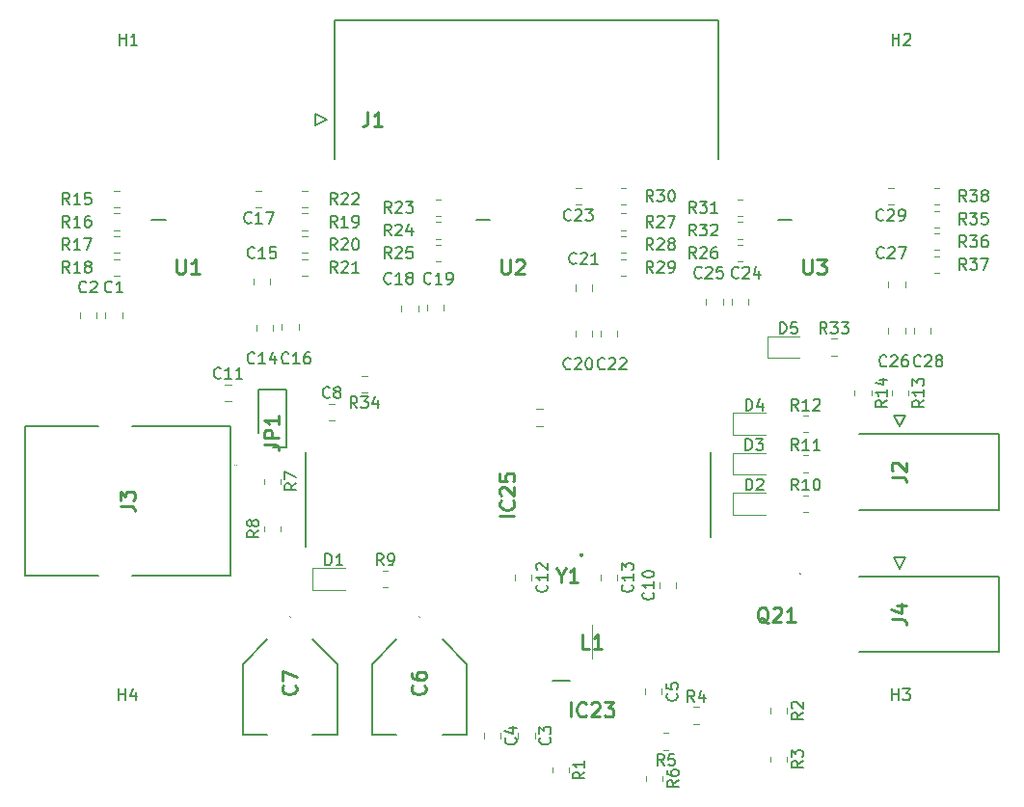
<source format=gbr>
%TF.GenerationSoftware,KiCad,Pcbnew,7.0.10*%
%TF.CreationDate,2024-02-07T01:22:45-06:00*%
%TF.ProjectId,Resistor Bank Control Board,52657369-7374-46f7-9220-42616e6b2043,rev?*%
%TF.SameCoordinates,Original*%
%TF.FileFunction,Legend,Top*%
%TF.FilePolarity,Positive*%
%FSLAX46Y46*%
G04 Gerber Fmt 4.6, Leading zero omitted, Abs format (unit mm)*
G04 Created by KiCad (PCBNEW 7.0.10) date 2024-02-07 01:22:45*
%MOMM*%
%LPD*%
G01*
G04 APERTURE LIST*
%ADD10C,0.254000*%
%ADD11C,0.150000*%
%ADD12C,0.200000*%
%ADD13C,0.120000*%
%ADD14C,0.050000*%
%ADD15C,0.100000*%
%ADD16C,0.127000*%
G04 APERTURE END LIST*
D10*
X101234318Y-109818332D02*
X102141461Y-109818332D01*
X102141461Y-109818332D02*
X102322889Y-109878809D01*
X102322889Y-109878809D02*
X102443842Y-109999761D01*
X102443842Y-109999761D02*
X102504318Y-110181190D01*
X102504318Y-110181190D02*
X102504318Y-110302142D01*
X102504318Y-109213571D02*
X101234318Y-109213571D01*
X101234318Y-109213571D02*
X101234318Y-108729761D01*
X101234318Y-108729761D02*
X101294794Y-108608809D01*
X101294794Y-108608809D02*
X101355270Y-108548332D01*
X101355270Y-108548332D02*
X101476222Y-108487856D01*
X101476222Y-108487856D02*
X101657651Y-108487856D01*
X101657651Y-108487856D02*
X101778603Y-108548332D01*
X101778603Y-108548332D02*
X101839080Y-108608809D01*
X101839080Y-108608809D02*
X101899556Y-108729761D01*
X101899556Y-108729761D02*
X101899556Y-109213571D01*
X102504318Y-107278332D02*
X102504318Y-108004047D01*
X102504318Y-107641190D02*
X101234318Y-107641190D01*
X101234318Y-107641190D02*
X101415746Y-107762142D01*
X101415746Y-107762142D02*
X101536699Y-107883094D01*
X101536699Y-107883094D02*
X101597175Y-108004047D01*
D11*
X97394642Y-103929580D02*
X97347023Y-103977200D01*
X97347023Y-103977200D02*
X97204166Y-104024819D01*
X97204166Y-104024819D02*
X97108928Y-104024819D01*
X97108928Y-104024819D02*
X96966071Y-103977200D01*
X96966071Y-103977200D02*
X96870833Y-103881961D01*
X96870833Y-103881961D02*
X96823214Y-103786723D01*
X96823214Y-103786723D02*
X96775595Y-103596247D01*
X96775595Y-103596247D02*
X96775595Y-103453390D01*
X96775595Y-103453390D02*
X96823214Y-103262914D01*
X96823214Y-103262914D02*
X96870833Y-103167676D01*
X96870833Y-103167676D02*
X96966071Y-103072438D01*
X96966071Y-103072438D02*
X97108928Y-103024819D01*
X97108928Y-103024819D02*
X97204166Y-103024819D01*
X97204166Y-103024819D02*
X97347023Y-103072438D01*
X97347023Y-103072438D02*
X97394642Y-103120057D01*
X98347023Y-104024819D02*
X97775595Y-104024819D01*
X98061309Y-104024819D02*
X98061309Y-103024819D01*
X98061309Y-103024819D02*
X97966071Y-103167676D01*
X97966071Y-103167676D02*
X97870833Y-103262914D01*
X97870833Y-103262914D02*
X97775595Y-103310533D01*
X99299404Y-104024819D02*
X98727976Y-104024819D01*
X99013690Y-104024819D02*
X99013690Y-103024819D01*
X99013690Y-103024819D02*
X98918452Y-103167676D01*
X98918452Y-103167676D02*
X98823214Y-103262914D01*
X98823214Y-103262914D02*
X98727976Y-103310533D01*
X106955833Y-105617580D02*
X106908214Y-105665200D01*
X106908214Y-105665200D02*
X106765357Y-105712819D01*
X106765357Y-105712819D02*
X106670119Y-105712819D01*
X106670119Y-105712819D02*
X106527262Y-105665200D01*
X106527262Y-105665200D02*
X106432024Y-105569961D01*
X106432024Y-105569961D02*
X106384405Y-105474723D01*
X106384405Y-105474723D02*
X106336786Y-105284247D01*
X106336786Y-105284247D02*
X106336786Y-105141390D01*
X106336786Y-105141390D02*
X106384405Y-104950914D01*
X106384405Y-104950914D02*
X106432024Y-104855676D01*
X106432024Y-104855676D02*
X106527262Y-104760438D01*
X106527262Y-104760438D02*
X106670119Y-104712819D01*
X106670119Y-104712819D02*
X106765357Y-104712819D01*
X106765357Y-104712819D02*
X106908214Y-104760438D01*
X106908214Y-104760438D02*
X106955833Y-104808057D01*
X107527262Y-105141390D02*
X107432024Y-105093771D01*
X107432024Y-105093771D02*
X107384405Y-105046152D01*
X107384405Y-105046152D02*
X107336786Y-104950914D01*
X107336786Y-104950914D02*
X107336786Y-104903295D01*
X107336786Y-104903295D02*
X107384405Y-104808057D01*
X107384405Y-104808057D02*
X107432024Y-104760438D01*
X107432024Y-104760438D02*
X107527262Y-104712819D01*
X107527262Y-104712819D02*
X107717738Y-104712819D01*
X107717738Y-104712819D02*
X107812976Y-104760438D01*
X107812976Y-104760438D02*
X107860595Y-104808057D01*
X107860595Y-104808057D02*
X107908214Y-104903295D01*
X107908214Y-104903295D02*
X107908214Y-104950914D01*
X107908214Y-104950914D02*
X107860595Y-105046152D01*
X107860595Y-105046152D02*
X107812976Y-105093771D01*
X107812976Y-105093771D02*
X107717738Y-105141390D01*
X107717738Y-105141390D02*
X107527262Y-105141390D01*
X107527262Y-105141390D02*
X107432024Y-105189009D01*
X107432024Y-105189009D02*
X107384405Y-105236628D01*
X107384405Y-105236628D02*
X107336786Y-105331866D01*
X107336786Y-105331866D02*
X107336786Y-105522342D01*
X107336786Y-105522342D02*
X107384405Y-105617580D01*
X107384405Y-105617580D02*
X107432024Y-105665200D01*
X107432024Y-105665200D02*
X107527262Y-105712819D01*
X107527262Y-105712819D02*
X107717738Y-105712819D01*
X107717738Y-105712819D02*
X107812976Y-105665200D01*
X107812976Y-105665200D02*
X107860595Y-105617580D01*
X107860595Y-105617580D02*
X107908214Y-105522342D01*
X107908214Y-105522342D02*
X107908214Y-105331866D01*
X107908214Y-105331866D02*
X107860595Y-105236628D01*
X107860595Y-105236628D02*
X107812976Y-105189009D01*
X107812976Y-105189009D02*
X107717738Y-105141390D01*
X115857142Y-95609580D02*
X115809523Y-95657200D01*
X115809523Y-95657200D02*
X115666666Y-95704819D01*
X115666666Y-95704819D02*
X115571428Y-95704819D01*
X115571428Y-95704819D02*
X115428571Y-95657200D01*
X115428571Y-95657200D02*
X115333333Y-95561961D01*
X115333333Y-95561961D02*
X115285714Y-95466723D01*
X115285714Y-95466723D02*
X115238095Y-95276247D01*
X115238095Y-95276247D02*
X115238095Y-95133390D01*
X115238095Y-95133390D02*
X115285714Y-94942914D01*
X115285714Y-94942914D02*
X115333333Y-94847676D01*
X115333333Y-94847676D02*
X115428571Y-94752438D01*
X115428571Y-94752438D02*
X115571428Y-94704819D01*
X115571428Y-94704819D02*
X115666666Y-94704819D01*
X115666666Y-94704819D02*
X115809523Y-94752438D01*
X115809523Y-94752438D02*
X115857142Y-94800057D01*
X116809523Y-95704819D02*
X116238095Y-95704819D01*
X116523809Y-95704819D02*
X116523809Y-94704819D01*
X116523809Y-94704819D02*
X116428571Y-94847676D01*
X116428571Y-94847676D02*
X116333333Y-94942914D01*
X116333333Y-94942914D02*
X116238095Y-94990533D01*
X117285714Y-95704819D02*
X117476190Y-95704819D01*
X117476190Y-95704819D02*
X117571428Y-95657200D01*
X117571428Y-95657200D02*
X117619047Y-95609580D01*
X117619047Y-95609580D02*
X117714285Y-95466723D01*
X117714285Y-95466723D02*
X117761904Y-95276247D01*
X117761904Y-95276247D02*
X117761904Y-94895295D01*
X117761904Y-94895295D02*
X117714285Y-94800057D01*
X117714285Y-94800057D02*
X117666666Y-94752438D01*
X117666666Y-94752438D02*
X117571428Y-94704819D01*
X117571428Y-94704819D02*
X117380952Y-94704819D01*
X117380952Y-94704819D02*
X117285714Y-94752438D01*
X117285714Y-94752438D02*
X117238095Y-94800057D01*
X117238095Y-94800057D02*
X117190476Y-94895295D01*
X117190476Y-94895295D02*
X117190476Y-95133390D01*
X117190476Y-95133390D02*
X117238095Y-95228628D01*
X117238095Y-95228628D02*
X117285714Y-95276247D01*
X117285714Y-95276247D02*
X117380952Y-95323866D01*
X117380952Y-95323866D02*
X117571428Y-95323866D01*
X117571428Y-95323866D02*
X117666666Y-95276247D01*
X117666666Y-95276247D02*
X117714285Y-95228628D01*
X117714285Y-95228628D02*
X117761904Y-95133390D01*
X126269580Y-135546666D02*
X126317200Y-135594285D01*
X126317200Y-135594285D02*
X126364819Y-135737142D01*
X126364819Y-135737142D02*
X126364819Y-135832380D01*
X126364819Y-135832380D02*
X126317200Y-135975237D01*
X126317200Y-135975237D02*
X126221961Y-136070475D01*
X126221961Y-136070475D02*
X126126723Y-136118094D01*
X126126723Y-136118094D02*
X125936247Y-136165713D01*
X125936247Y-136165713D02*
X125793390Y-136165713D01*
X125793390Y-136165713D02*
X125602914Y-136118094D01*
X125602914Y-136118094D02*
X125507676Y-136070475D01*
X125507676Y-136070475D02*
X125412438Y-135975237D01*
X125412438Y-135975237D02*
X125364819Y-135832380D01*
X125364819Y-135832380D02*
X125364819Y-135737142D01*
X125364819Y-135737142D02*
X125412438Y-135594285D01*
X125412438Y-135594285D02*
X125460057Y-135546666D01*
X125364819Y-135213332D02*
X125364819Y-134594285D01*
X125364819Y-134594285D02*
X125745771Y-134927618D01*
X125745771Y-134927618D02*
X125745771Y-134784761D01*
X125745771Y-134784761D02*
X125793390Y-134689523D01*
X125793390Y-134689523D02*
X125841009Y-134641904D01*
X125841009Y-134641904D02*
X125936247Y-134594285D01*
X125936247Y-134594285D02*
X126174342Y-134594285D01*
X126174342Y-134594285D02*
X126269580Y-134641904D01*
X126269580Y-134641904D02*
X126317200Y-134689523D01*
X126317200Y-134689523D02*
X126364819Y-134784761D01*
X126364819Y-134784761D02*
X126364819Y-135070475D01*
X126364819Y-135070475D02*
X126317200Y-135165713D01*
X126317200Y-135165713D02*
X126269580Y-135213332D01*
X135357142Y-94704819D02*
X135023809Y-94228628D01*
X134785714Y-94704819D02*
X134785714Y-93704819D01*
X134785714Y-93704819D02*
X135166666Y-93704819D01*
X135166666Y-93704819D02*
X135261904Y-93752438D01*
X135261904Y-93752438D02*
X135309523Y-93800057D01*
X135309523Y-93800057D02*
X135357142Y-93895295D01*
X135357142Y-93895295D02*
X135357142Y-94038152D01*
X135357142Y-94038152D02*
X135309523Y-94133390D01*
X135309523Y-94133390D02*
X135261904Y-94181009D01*
X135261904Y-94181009D02*
X135166666Y-94228628D01*
X135166666Y-94228628D02*
X134785714Y-94228628D01*
X135738095Y-93800057D02*
X135785714Y-93752438D01*
X135785714Y-93752438D02*
X135880952Y-93704819D01*
X135880952Y-93704819D02*
X136119047Y-93704819D01*
X136119047Y-93704819D02*
X136214285Y-93752438D01*
X136214285Y-93752438D02*
X136261904Y-93800057D01*
X136261904Y-93800057D02*
X136309523Y-93895295D01*
X136309523Y-93895295D02*
X136309523Y-93990533D01*
X136309523Y-93990533D02*
X136261904Y-94133390D01*
X136261904Y-94133390D02*
X135690476Y-94704819D01*
X135690476Y-94704819D02*
X136309523Y-94704819D01*
X136785714Y-94704819D02*
X136976190Y-94704819D01*
X136976190Y-94704819D02*
X137071428Y-94657200D01*
X137071428Y-94657200D02*
X137119047Y-94609580D01*
X137119047Y-94609580D02*
X137214285Y-94466723D01*
X137214285Y-94466723D02*
X137261904Y-94276247D01*
X137261904Y-94276247D02*
X137261904Y-93895295D01*
X137261904Y-93895295D02*
X137214285Y-93800057D01*
X137214285Y-93800057D02*
X137166666Y-93752438D01*
X137166666Y-93752438D02*
X137071428Y-93704819D01*
X137071428Y-93704819D02*
X136880952Y-93704819D01*
X136880952Y-93704819D02*
X136785714Y-93752438D01*
X136785714Y-93752438D02*
X136738095Y-93800057D01*
X136738095Y-93800057D02*
X136690476Y-93895295D01*
X136690476Y-93895295D02*
X136690476Y-94133390D01*
X136690476Y-94133390D02*
X136738095Y-94228628D01*
X136738095Y-94228628D02*
X136785714Y-94276247D01*
X136785714Y-94276247D02*
X136880952Y-94323866D01*
X136880952Y-94323866D02*
X137071428Y-94323866D01*
X137071428Y-94323866D02*
X137166666Y-94276247D01*
X137166666Y-94276247D02*
X137214285Y-94228628D01*
X137214285Y-94228628D02*
X137261904Y-94133390D01*
D10*
X115283365Y-130951666D02*
X115343842Y-131012142D01*
X115343842Y-131012142D02*
X115404318Y-131193571D01*
X115404318Y-131193571D02*
X115404318Y-131314523D01*
X115404318Y-131314523D02*
X115343842Y-131495952D01*
X115343842Y-131495952D02*
X115222889Y-131616904D01*
X115222889Y-131616904D02*
X115101937Y-131677381D01*
X115101937Y-131677381D02*
X114860032Y-131737857D01*
X114860032Y-131737857D02*
X114678603Y-131737857D01*
X114678603Y-131737857D02*
X114436699Y-131677381D01*
X114436699Y-131677381D02*
X114315746Y-131616904D01*
X114315746Y-131616904D02*
X114194794Y-131495952D01*
X114194794Y-131495952D02*
X114134318Y-131314523D01*
X114134318Y-131314523D02*
X114134318Y-131193571D01*
X114134318Y-131193571D02*
X114194794Y-131012142D01*
X114194794Y-131012142D02*
X114255270Y-130951666D01*
X114134318Y-129863095D02*
X114134318Y-130105000D01*
X114134318Y-130105000D02*
X114194794Y-130225952D01*
X114194794Y-130225952D02*
X114255270Y-130286428D01*
X114255270Y-130286428D02*
X114436699Y-130407381D01*
X114436699Y-130407381D02*
X114678603Y-130467857D01*
X114678603Y-130467857D02*
X115162413Y-130467857D01*
X115162413Y-130467857D02*
X115283365Y-130407381D01*
X115283365Y-130407381D02*
X115343842Y-130346904D01*
X115343842Y-130346904D02*
X115404318Y-130225952D01*
X115404318Y-130225952D02*
X115404318Y-129984047D01*
X115404318Y-129984047D02*
X115343842Y-129863095D01*
X115343842Y-129863095D02*
X115283365Y-129802619D01*
X115283365Y-129802619D02*
X115162413Y-129742142D01*
X115162413Y-129742142D02*
X114860032Y-129742142D01*
X114860032Y-129742142D02*
X114739080Y-129802619D01*
X114739080Y-129802619D02*
X114678603Y-129863095D01*
X114678603Y-129863095D02*
X114618127Y-129984047D01*
X114618127Y-129984047D02*
X114618127Y-130225952D01*
X114618127Y-130225952D02*
X114678603Y-130346904D01*
X114678603Y-130346904D02*
X114739080Y-130407381D01*
X114739080Y-130407381D02*
X114860032Y-130467857D01*
D11*
X125999580Y-122130357D02*
X126047200Y-122177976D01*
X126047200Y-122177976D02*
X126094819Y-122320833D01*
X126094819Y-122320833D02*
X126094819Y-122416071D01*
X126094819Y-122416071D02*
X126047200Y-122558928D01*
X126047200Y-122558928D02*
X125951961Y-122654166D01*
X125951961Y-122654166D02*
X125856723Y-122701785D01*
X125856723Y-122701785D02*
X125666247Y-122749404D01*
X125666247Y-122749404D02*
X125523390Y-122749404D01*
X125523390Y-122749404D02*
X125332914Y-122701785D01*
X125332914Y-122701785D02*
X125237676Y-122654166D01*
X125237676Y-122654166D02*
X125142438Y-122558928D01*
X125142438Y-122558928D02*
X125094819Y-122416071D01*
X125094819Y-122416071D02*
X125094819Y-122320833D01*
X125094819Y-122320833D02*
X125142438Y-122177976D01*
X125142438Y-122177976D02*
X125190057Y-122130357D01*
X126094819Y-121177976D02*
X126094819Y-121749404D01*
X126094819Y-121463690D02*
X125094819Y-121463690D01*
X125094819Y-121463690D02*
X125237676Y-121558928D01*
X125237676Y-121558928D02*
X125332914Y-121654166D01*
X125332914Y-121654166D02*
X125380533Y-121749404D01*
X125190057Y-120797023D02*
X125142438Y-120749404D01*
X125142438Y-120749404D02*
X125094819Y-120654166D01*
X125094819Y-120654166D02*
X125094819Y-120416071D01*
X125094819Y-120416071D02*
X125142438Y-120320833D01*
X125142438Y-120320833D02*
X125190057Y-120273214D01*
X125190057Y-120273214D02*
X125285295Y-120225595D01*
X125285295Y-120225595D02*
X125380533Y-120225595D01*
X125380533Y-120225595D02*
X125523390Y-120273214D01*
X125523390Y-120273214D02*
X126094819Y-120844642D01*
X126094819Y-120844642D02*
X126094819Y-120225595D01*
X150607142Y-100054819D02*
X150273809Y-99578628D01*
X150035714Y-100054819D02*
X150035714Y-99054819D01*
X150035714Y-99054819D02*
X150416666Y-99054819D01*
X150416666Y-99054819D02*
X150511904Y-99102438D01*
X150511904Y-99102438D02*
X150559523Y-99150057D01*
X150559523Y-99150057D02*
X150607142Y-99245295D01*
X150607142Y-99245295D02*
X150607142Y-99388152D01*
X150607142Y-99388152D02*
X150559523Y-99483390D01*
X150559523Y-99483390D02*
X150511904Y-99531009D01*
X150511904Y-99531009D02*
X150416666Y-99578628D01*
X150416666Y-99578628D02*
X150035714Y-99578628D01*
X150940476Y-99054819D02*
X151559523Y-99054819D01*
X151559523Y-99054819D02*
X151226190Y-99435771D01*
X151226190Y-99435771D02*
X151369047Y-99435771D01*
X151369047Y-99435771D02*
X151464285Y-99483390D01*
X151464285Y-99483390D02*
X151511904Y-99531009D01*
X151511904Y-99531009D02*
X151559523Y-99626247D01*
X151559523Y-99626247D02*
X151559523Y-99864342D01*
X151559523Y-99864342D02*
X151511904Y-99959580D01*
X151511904Y-99959580D02*
X151464285Y-100007200D01*
X151464285Y-100007200D02*
X151369047Y-100054819D01*
X151369047Y-100054819D02*
X151083333Y-100054819D01*
X151083333Y-100054819D02*
X150988095Y-100007200D01*
X150988095Y-100007200D02*
X150940476Y-99959580D01*
X151892857Y-99054819D02*
X152511904Y-99054819D01*
X152511904Y-99054819D02*
X152178571Y-99435771D01*
X152178571Y-99435771D02*
X152321428Y-99435771D01*
X152321428Y-99435771D02*
X152416666Y-99483390D01*
X152416666Y-99483390D02*
X152464285Y-99531009D01*
X152464285Y-99531009D02*
X152511904Y-99626247D01*
X152511904Y-99626247D02*
X152511904Y-99864342D01*
X152511904Y-99864342D02*
X152464285Y-99959580D01*
X152464285Y-99959580D02*
X152416666Y-100007200D01*
X152416666Y-100007200D02*
X152321428Y-100054819D01*
X152321428Y-100054819D02*
X152035714Y-100054819D01*
X152035714Y-100054819D02*
X151940476Y-100007200D01*
X151940476Y-100007200D02*
X151892857Y-99959580D01*
X100357142Y-102609580D02*
X100309523Y-102657200D01*
X100309523Y-102657200D02*
X100166666Y-102704819D01*
X100166666Y-102704819D02*
X100071428Y-102704819D01*
X100071428Y-102704819D02*
X99928571Y-102657200D01*
X99928571Y-102657200D02*
X99833333Y-102561961D01*
X99833333Y-102561961D02*
X99785714Y-102466723D01*
X99785714Y-102466723D02*
X99738095Y-102276247D01*
X99738095Y-102276247D02*
X99738095Y-102133390D01*
X99738095Y-102133390D02*
X99785714Y-101942914D01*
X99785714Y-101942914D02*
X99833333Y-101847676D01*
X99833333Y-101847676D02*
X99928571Y-101752438D01*
X99928571Y-101752438D02*
X100071428Y-101704819D01*
X100071428Y-101704819D02*
X100166666Y-101704819D01*
X100166666Y-101704819D02*
X100309523Y-101752438D01*
X100309523Y-101752438D02*
X100357142Y-101800057D01*
X101309523Y-102704819D02*
X100738095Y-102704819D01*
X101023809Y-102704819D02*
X101023809Y-101704819D01*
X101023809Y-101704819D02*
X100928571Y-101847676D01*
X100928571Y-101847676D02*
X100833333Y-101942914D01*
X100833333Y-101942914D02*
X100738095Y-101990533D01*
X102166666Y-102038152D02*
X102166666Y-102704819D01*
X101928571Y-101657200D02*
X101690476Y-102371485D01*
X101690476Y-102371485D02*
X102309523Y-102371485D01*
D10*
X103933365Y-130951666D02*
X103993842Y-131012142D01*
X103993842Y-131012142D02*
X104054318Y-131193571D01*
X104054318Y-131193571D02*
X104054318Y-131314523D01*
X104054318Y-131314523D02*
X103993842Y-131495952D01*
X103993842Y-131495952D02*
X103872889Y-131616904D01*
X103872889Y-131616904D02*
X103751937Y-131677381D01*
X103751937Y-131677381D02*
X103510032Y-131737857D01*
X103510032Y-131737857D02*
X103328603Y-131737857D01*
X103328603Y-131737857D02*
X103086699Y-131677381D01*
X103086699Y-131677381D02*
X102965746Y-131616904D01*
X102965746Y-131616904D02*
X102844794Y-131495952D01*
X102844794Y-131495952D02*
X102784318Y-131314523D01*
X102784318Y-131314523D02*
X102784318Y-131193571D01*
X102784318Y-131193571D02*
X102844794Y-131012142D01*
X102844794Y-131012142D02*
X102905270Y-130951666D01*
X102784318Y-130528333D02*
X102784318Y-129681666D01*
X102784318Y-129681666D02*
X104054318Y-130225952D01*
D11*
X129334819Y-138546666D02*
X128858628Y-138879999D01*
X129334819Y-139118094D02*
X128334819Y-139118094D01*
X128334819Y-139118094D02*
X128334819Y-138737142D01*
X128334819Y-138737142D02*
X128382438Y-138641904D01*
X128382438Y-138641904D02*
X128430057Y-138594285D01*
X128430057Y-138594285D02*
X128525295Y-138546666D01*
X128525295Y-138546666D02*
X128668152Y-138546666D01*
X128668152Y-138546666D02*
X128763390Y-138594285D01*
X128763390Y-138594285D02*
X128811009Y-138641904D01*
X128811009Y-138641904D02*
X128858628Y-138737142D01*
X128858628Y-138737142D02*
X128858628Y-139118094D01*
X129334819Y-137594285D02*
X129334819Y-138165713D01*
X129334819Y-137879999D02*
X128334819Y-137879999D01*
X128334819Y-137879999D02*
X128477676Y-137975237D01*
X128477676Y-137975237D02*
X128572914Y-138070475D01*
X128572914Y-138070475D02*
X128620533Y-138165713D01*
X128144642Y-90039580D02*
X128097023Y-90087200D01*
X128097023Y-90087200D02*
X127954166Y-90134819D01*
X127954166Y-90134819D02*
X127858928Y-90134819D01*
X127858928Y-90134819D02*
X127716071Y-90087200D01*
X127716071Y-90087200D02*
X127620833Y-89991961D01*
X127620833Y-89991961D02*
X127573214Y-89896723D01*
X127573214Y-89896723D02*
X127525595Y-89706247D01*
X127525595Y-89706247D02*
X127525595Y-89563390D01*
X127525595Y-89563390D02*
X127573214Y-89372914D01*
X127573214Y-89372914D02*
X127620833Y-89277676D01*
X127620833Y-89277676D02*
X127716071Y-89182438D01*
X127716071Y-89182438D02*
X127858928Y-89134819D01*
X127858928Y-89134819D02*
X127954166Y-89134819D01*
X127954166Y-89134819D02*
X128097023Y-89182438D01*
X128097023Y-89182438D02*
X128144642Y-89230057D01*
X128525595Y-89230057D02*
X128573214Y-89182438D01*
X128573214Y-89182438D02*
X128668452Y-89134819D01*
X128668452Y-89134819D02*
X128906547Y-89134819D01*
X128906547Y-89134819D02*
X129001785Y-89182438D01*
X129001785Y-89182438D02*
X129049404Y-89230057D01*
X129049404Y-89230057D02*
X129097023Y-89325295D01*
X129097023Y-89325295D02*
X129097023Y-89420533D01*
X129097023Y-89420533D02*
X129049404Y-89563390D01*
X129049404Y-89563390D02*
X128477976Y-90134819D01*
X128477976Y-90134819D02*
X129097023Y-90134819D01*
X129430357Y-89134819D02*
X130049404Y-89134819D01*
X130049404Y-89134819D02*
X129716071Y-89515771D01*
X129716071Y-89515771D02*
X129858928Y-89515771D01*
X129858928Y-89515771D02*
X129954166Y-89563390D01*
X129954166Y-89563390D02*
X130001785Y-89611009D01*
X130001785Y-89611009D02*
X130049404Y-89706247D01*
X130049404Y-89706247D02*
X130049404Y-89944342D01*
X130049404Y-89944342D02*
X130001785Y-90039580D01*
X130001785Y-90039580D02*
X129954166Y-90087200D01*
X129954166Y-90087200D02*
X129858928Y-90134819D01*
X129858928Y-90134819D02*
X129573214Y-90134819D01*
X129573214Y-90134819D02*
X129477976Y-90087200D01*
X129477976Y-90087200D02*
X129430357Y-90039580D01*
X155607142Y-93359580D02*
X155559523Y-93407200D01*
X155559523Y-93407200D02*
X155416666Y-93454819D01*
X155416666Y-93454819D02*
X155321428Y-93454819D01*
X155321428Y-93454819D02*
X155178571Y-93407200D01*
X155178571Y-93407200D02*
X155083333Y-93311961D01*
X155083333Y-93311961D02*
X155035714Y-93216723D01*
X155035714Y-93216723D02*
X154988095Y-93026247D01*
X154988095Y-93026247D02*
X154988095Y-92883390D01*
X154988095Y-92883390D02*
X155035714Y-92692914D01*
X155035714Y-92692914D02*
X155083333Y-92597676D01*
X155083333Y-92597676D02*
X155178571Y-92502438D01*
X155178571Y-92502438D02*
X155321428Y-92454819D01*
X155321428Y-92454819D02*
X155416666Y-92454819D01*
X155416666Y-92454819D02*
X155559523Y-92502438D01*
X155559523Y-92502438D02*
X155607142Y-92550057D01*
X155988095Y-92550057D02*
X156035714Y-92502438D01*
X156035714Y-92502438D02*
X156130952Y-92454819D01*
X156130952Y-92454819D02*
X156369047Y-92454819D01*
X156369047Y-92454819D02*
X156464285Y-92502438D01*
X156464285Y-92502438D02*
X156511904Y-92550057D01*
X156511904Y-92550057D02*
X156559523Y-92645295D01*
X156559523Y-92645295D02*
X156559523Y-92740533D01*
X156559523Y-92740533D02*
X156511904Y-92883390D01*
X156511904Y-92883390D02*
X155940476Y-93454819D01*
X155940476Y-93454819D02*
X156559523Y-93454819D01*
X156892857Y-92454819D02*
X157559523Y-92454819D01*
X157559523Y-92454819D02*
X157130952Y-93454819D01*
X107607142Y-90704819D02*
X107273809Y-90228628D01*
X107035714Y-90704819D02*
X107035714Y-89704819D01*
X107035714Y-89704819D02*
X107416666Y-89704819D01*
X107416666Y-89704819D02*
X107511904Y-89752438D01*
X107511904Y-89752438D02*
X107559523Y-89800057D01*
X107559523Y-89800057D02*
X107607142Y-89895295D01*
X107607142Y-89895295D02*
X107607142Y-90038152D01*
X107607142Y-90038152D02*
X107559523Y-90133390D01*
X107559523Y-90133390D02*
X107511904Y-90181009D01*
X107511904Y-90181009D02*
X107416666Y-90228628D01*
X107416666Y-90228628D02*
X107035714Y-90228628D01*
X108559523Y-90704819D02*
X107988095Y-90704819D01*
X108273809Y-90704819D02*
X108273809Y-89704819D01*
X108273809Y-89704819D02*
X108178571Y-89847676D01*
X108178571Y-89847676D02*
X108083333Y-89942914D01*
X108083333Y-89942914D02*
X107988095Y-89990533D01*
X109035714Y-90704819D02*
X109226190Y-90704819D01*
X109226190Y-90704819D02*
X109321428Y-90657200D01*
X109321428Y-90657200D02*
X109369047Y-90609580D01*
X109369047Y-90609580D02*
X109464285Y-90466723D01*
X109464285Y-90466723D02*
X109511904Y-90276247D01*
X109511904Y-90276247D02*
X109511904Y-89895295D01*
X109511904Y-89895295D02*
X109464285Y-89800057D01*
X109464285Y-89800057D02*
X109416666Y-89752438D01*
X109416666Y-89752438D02*
X109321428Y-89704819D01*
X109321428Y-89704819D02*
X109130952Y-89704819D01*
X109130952Y-89704819D02*
X109035714Y-89752438D01*
X109035714Y-89752438D02*
X108988095Y-89800057D01*
X108988095Y-89800057D02*
X108940476Y-89895295D01*
X108940476Y-89895295D02*
X108940476Y-90133390D01*
X108940476Y-90133390D02*
X108988095Y-90228628D01*
X108988095Y-90228628D02*
X109035714Y-90276247D01*
X109035714Y-90276247D02*
X109130952Y-90323866D01*
X109130952Y-90323866D02*
X109321428Y-90323866D01*
X109321428Y-90323866D02*
X109416666Y-90276247D01*
X109416666Y-90276247D02*
X109464285Y-90228628D01*
X109464285Y-90228628D02*
X109511904Y-90133390D01*
X131107142Y-103109580D02*
X131059523Y-103157200D01*
X131059523Y-103157200D02*
X130916666Y-103204819D01*
X130916666Y-103204819D02*
X130821428Y-103204819D01*
X130821428Y-103204819D02*
X130678571Y-103157200D01*
X130678571Y-103157200D02*
X130583333Y-103061961D01*
X130583333Y-103061961D02*
X130535714Y-102966723D01*
X130535714Y-102966723D02*
X130488095Y-102776247D01*
X130488095Y-102776247D02*
X130488095Y-102633390D01*
X130488095Y-102633390D02*
X130535714Y-102442914D01*
X130535714Y-102442914D02*
X130583333Y-102347676D01*
X130583333Y-102347676D02*
X130678571Y-102252438D01*
X130678571Y-102252438D02*
X130821428Y-102204819D01*
X130821428Y-102204819D02*
X130916666Y-102204819D01*
X130916666Y-102204819D02*
X131059523Y-102252438D01*
X131059523Y-102252438D02*
X131107142Y-102300057D01*
X131488095Y-102300057D02*
X131535714Y-102252438D01*
X131535714Y-102252438D02*
X131630952Y-102204819D01*
X131630952Y-102204819D02*
X131869047Y-102204819D01*
X131869047Y-102204819D02*
X131964285Y-102252438D01*
X131964285Y-102252438D02*
X132011904Y-102300057D01*
X132011904Y-102300057D02*
X132059523Y-102395295D01*
X132059523Y-102395295D02*
X132059523Y-102490533D01*
X132059523Y-102490533D02*
X132011904Y-102633390D01*
X132011904Y-102633390D02*
X131440476Y-103204819D01*
X131440476Y-103204819D02*
X132059523Y-103204819D01*
X132440476Y-102300057D02*
X132488095Y-102252438D01*
X132488095Y-102252438D02*
X132583333Y-102204819D01*
X132583333Y-102204819D02*
X132821428Y-102204819D01*
X132821428Y-102204819D02*
X132916666Y-102252438D01*
X132916666Y-102252438D02*
X132964285Y-102300057D01*
X132964285Y-102300057D02*
X133011904Y-102395295D01*
X133011904Y-102395295D02*
X133011904Y-102490533D01*
X133011904Y-102490533D02*
X132964285Y-102633390D01*
X132964285Y-102633390D02*
X132392857Y-103204819D01*
X132392857Y-103204819D02*
X133011904Y-103204819D01*
X133499580Y-122130357D02*
X133547200Y-122177976D01*
X133547200Y-122177976D02*
X133594819Y-122320833D01*
X133594819Y-122320833D02*
X133594819Y-122416071D01*
X133594819Y-122416071D02*
X133547200Y-122558928D01*
X133547200Y-122558928D02*
X133451961Y-122654166D01*
X133451961Y-122654166D02*
X133356723Y-122701785D01*
X133356723Y-122701785D02*
X133166247Y-122749404D01*
X133166247Y-122749404D02*
X133023390Y-122749404D01*
X133023390Y-122749404D02*
X132832914Y-122701785D01*
X132832914Y-122701785D02*
X132737676Y-122654166D01*
X132737676Y-122654166D02*
X132642438Y-122558928D01*
X132642438Y-122558928D02*
X132594819Y-122416071D01*
X132594819Y-122416071D02*
X132594819Y-122320833D01*
X132594819Y-122320833D02*
X132642438Y-122177976D01*
X132642438Y-122177976D02*
X132690057Y-122130357D01*
X133594819Y-121177976D02*
X133594819Y-121749404D01*
X133594819Y-121463690D02*
X132594819Y-121463690D01*
X132594819Y-121463690D02*
X132737676Y-121558928D01*
X132737676Y-121558928D02*
X132832914Y-121654166D01*
X132832914Y-121654166D02*
X132880533Y-121749404D01*
X132594819Y-120844642D02*
X132594819Y-120225595D01*
X132594819Y-120225595D02*
X132975771Y-120558928D01*
X132975771Y-120558928D02*
X132975771Y-120416071D01*
X132975771Y-120416071D02*
X133023390Y-120320833D01*
X133023390Y-120320833D02*
X133071009Y-120273214D01*
X133071009Y-120273214D02*
X133166247Y-120225595D01*
X133166247Y-120225595D02*
X133404342Y-120225595D01*
X133404342Y-120225595D02*
X133499580Y-120273214D01*
X133499580Y-120273214D02*
X133547200Y-120320833D01*
X133547200Y-120320833D02*
X133594819Y-120416071D01*
X133594819Y-120416071D02*
X133594819Y-120701785D01*
X133594819Y-120701785D02*
X133547200Y-120797023D01*
X133547200Y-120797023D02*
X133499580Y-120844642D01*
X148504819Y-137586666D02*
X148028628Y-137919999D01*
X148504819Y-138158094D02*
X147504819Y-138158094D01*
X147504819Y-138158094D02*
X147504819Y-137777142D01*
X147504819Y-137777142D02*
X147552438Y-137681904D01*
X147552438Y-137681904D02*
X147600057Y-137634285D01*
X147600057Y-137634285D02*
X147695295Y-137586666D01*
X147695295Y-137586666D02*
X147838152Y-137586666D01*
X147838152Y-137586666D02*
X147933390Y-137634285D01*
X147933390Y-137634285D02*
X147981009Y-137681904D01*
X147981009Y-137681904D02*
X148028628Y-137777142D01*
X148028628Y-137777142D02*
X148028628Y-138158094D01*
X147504819Y-137253332D02*
X147504819Y-136634285D01*
X147504819Y-136634285D02*
X147885771Y-136967618D01*
X147885771Y-136967618D02*
X147885771Y-136824761D01*
X147885771Y-136824761D02*
X147933390Y-136729523D01*
X147933390Y-136729523D02*
X147981009Y-136681904D01*
X147981009Y-136681904D02*
X148076247Y-136634285D01*
X148076247Y-136634285D02*
X148314342Y-136634285D01*
X148314342Y-136634285D02*
X148409580Y-136681904D01*
X148409580Y-136681904D02*
X148457200Y-136729523D01*
X148457200Y-136729523D02*
X148504819Y-136824761D01*
X148504819Y-136824761D02*
X148504819Y-137110475D01*
X148504819Y-137110475D02*
X148457200Y-137205713D01*
X148457200Y-137205713D02*
X148409580Y-137253332D01*
X87833333Y-96359580D02*
X87785714Y-96407200D01*
X87785714Y-96407200D02*
X87642857Y-96454819D01*
X87642857Y-96454819D02*
X87547619Y-96454819D01*
X87547619Y-96454819D02*
X87404762Y-96407200D01*
X87404762Y-96407200D02*
X87309524Y-96311961D01*
X87309524Y-96311961D02*
X87261905Y-96216723D01*
X87261905Y-96216723D02*
X87214286Y-96026247D01*
X87214286Y-96026247D02*
X87214286Y-95883390D01*
X87214286Y-95883390D02*
X87261905Y-95692914D01*
X87261905Y-95692914D02*
X87309524Y-95597676D01*
X87309524Y-95597676D02*
X87404762Y-95502438D01*
X87404762Y-95502438D02*
X87547619Y-95454819D01*
X87547619Y-95454819D02*
X87642857Y-95454819D01*
X87642857Y-95454819D02*
X87785714Y-95502438D01*
X87785714Y-95502438D02*
X87833333Y-95550057D01*
X88785714Y-96454819D02*
X88214286Y-96454819D01*
X88500000Y-96454819D02*
X88500000Y-95454819D01*
X88500000Y-95454819D02*
X88404762Y-95597676D01*
X88404762Y-95597676D02*
X88309524Y-95692914D01*
X88309524Y-95692914D02*
X88214286Y-95740533D01*
X128607142Y-93859580D02*
X128559523Y-93907200D01*
X128559523Y-93907200D02*
X128416666Y-93954819D01*
X128416666Y-93954819D02*
X128321428Y-93954819D01*
X128321428Y-93954819D02*
X128178571Y-93907200D01*
X128178571Y-93907200D02*
X128083333Y-93811961D01*
X128083333Y-93811961D02*
X128035714Y-93716723D01*
X128035714Y-93716723D02*
X127988095Y-93526247D01*
X127988095Y-93526247D02*
X127988095Y-93383390D01*
X127988095Y-93383390D02*
X128035714Y-93192914D01*
X128035714Y-93192914D02*
X128083333Y-93097676D01*
X128083333Y-93097676D02*
X128178571Y-93002438D01*
X128178571Y-93002438D02*
X128321428Y-92954819D01*
X128321428Y-92954819D02*
X128416666Y-92954819D01*
X128416666Y-92954819D02*
X128559523Y-93002438D01*
X128559523Y-93002438D02*
X128607142Y-93050057D01*
X128988095Y-93050057D02*
X129035714Y-93002438D01*
X129035714Y-93002438D02*
X129130952Y-92954819D01*
X129130952Y-92954819D02*
X129369047Y-92954819D01*
X129369047Y-92954819D02*
X129464285Y-93002438D01*
X129464285Y-93002438D02*
X129511904Y-93050057D01*
X129511904Y-93050057D02*
X129559523Y-93145295D01*
X129559523Y-93145295D02*
X129559523Y-93240533D01*
X129559523Y-93240533D02*
X129511904Y-93383390D01*
X129511904Y-93383390D02*
X128940476Y-93954819D01*
X128940476Y-93954819D02*
X129559523Y-93954819D01*
X130511904Y-93954819D02*
X129940476Y-93954819D01*
X130226190Y-93954819D02*
X130226190Y-92954819D01*
X130226190Y-92954819D02*
X130130952Y-93097676D01*
X130130952Y-93097676D02*
X130035714Y-93192914D01*
X130035714Y-93192914D02*
X129940476Y-93240533D01*
X106576905Y-120394819D02*
X106576905Y-119394819D01*
X106576905Y-119394819D02*
X106815000Y-119394819D01*
X106815000Y-119394819D02*
X106957857Y-119442438D01*
X106957857Y-119442438D02*
X107053095Y-119537676D01*
X107053095Y-119537676D02*
X107100714Y-119632914D01*
X107100714Y-119632914D02*
X107148333Y-119823390D01*
X107148333Y-119823390D02*
X107148333Y-119966247D01*
X107148333Y-119966247D02*
X107100714Y-120156723D01*
X107100714Y-120156723D02*
X107053095Y-120251961D01*
X107053095Y-120251961D02*
X106957857Y-120347200D01*
X106957857Y-120347200D02*
X106815000Y-120394819D01*
X106815000Y-120394819D02*
X106576905Y-120394819D01*
X108100714Y-120394819D02*
X107529286Y-120394819D01*
X107815000Y-120394819D02*
X107815000Y-119394819D01*
X107815000Y-119394819D02*
X107719762Y-119537676D01*
X107719762Y-119537676D02*
X107624524Y-119632914D01*
X107624524Y-119632914D02*
X107529286Y-119680533D01*
X112357142Y-95609580D02*
X112309523Y-95657200D01*
X112309523Y-95657200D02*
X112166666Y-95704819D01*
X112166666Y-95704819D02*
X112071428Y-95704819D01*
X112071428Y-95704819D02*
X111928571Y-95657200D01*
X111928571Y-95657200D02*
X111833333Y-95561961D01*
X111833333Y-95561961D02*
X111785714Y-95466723D01*
X111785714Y-95466723D02*
X111738095Y-95276247D01*
X111738095Y-95276247D02*
X111738095Y-95133390D01*
X111738095Y-95133390D02*
X111785714Y-94942914D01*
X111785714Y-94942914D02*
X111833333Y-94847676D01*
X111833333Y-94847676D02*
X111928571Y-94752438D01*
X111928571Y-94752438D02*
X112071428Y-94704819D01*
X112071428Y-94704819D02*
X112166666Y-94704819D01*
X112166666Y-94704819D02*
X112309523Y-94752438D01*
X112309523Y-94752438D02*
X112357142Y-94800057D01*
X113309523Y-95704819D02*
X112738095Y-95704819D01*
X113023809Y-95704819D02*
X113023809Y-94704819D01*
X113023809Y-94704819D02*
X112928571Y-94847676D01*
X112928571Y-94847676D02*
X112833333Y-94942914D01*
X112833333Y-94942914D02*
X112738095Y-94990533D01*
X113880952Y-95133390D02*
X113785714Y-95085771D01*
X113785714Y-95085771D02*
X113738095Y-95038152D01*
X113738095Y-95038152D02*
X113690476Y-94942914D01*
X113690476Y-94942914D02*
X113690476Y-94895295D01*
X113690476Y-94895295D02*
X113738095Y-94800057D01*
X113738095Y-94800057D02*
X113785714Y-94752438D01*
X113785714Y-94752438D02*
X113880952Y-94704819D01*
X113880952Y-94704819D02*
X114071428Y-94704819D01*
X114071428Y-94704819D02*
X114166666Y-94752438D01*
X114166666Y-94752438D02*
X114214285Y-94800057D01*
X114214285Y-94800057D02*
X114261904Y-94895295D01*
X114261904Y-94895295D02*
X114261904Y-94942914D01*
X114261904Y-94942914D02*
X114214285Y-95038152D01*
X114214285Y-95038152D02*
X114166666Y-95085771D01*
X114166666Y-95085771D02*
X114071428Y-95133390D01*
X114071428Y-95133390D02*
X113880952Y-95133390D01*
X113880952Y-95133390D02*
X113785714Y-95181009D01*
X113785714Y-95181009D02*
X113738095Y-95228628D01*
X113738095Y-95228628D02*
X113690476Y-95323866D01*
X113690476Y-95323866D02*
X113690476Y-95514342D01*
X113690476Y-95514342D02*
X113738095Y-95609580D01*
X113738095Y-95609580D02*
X113785714Y-95657200D01*
X113785714Y-95657200D02*
X113880952Y-95704819D01*
X113880952Y-95704819D02*
X114071428Y-95704819D01*
X114071428Y-95704819D02*
X114166666Y-95657200D01*
X114166666Y-95657200D02*
X114214285Y-95609580D01*
X114214285Y-95609580D02*
X114261904Y-95514342D01*
X114261904Y-95514342D02*
X114261904Y-95323866D01*
X114261904Y-95323866D02*
X114214285Y-95228628D01*
X114214285Y-95228628D02*
X114166666Y-95181009D01*
X114166666Y-95181009D02*
X114071428Y-95133390D01*
X135357142Y-88454819D02*
X135023809Y-87978628D01*
X134785714Y-88454819D02*
X134785714Y-87454819D01*
X134785714Y-87454819D02*
X135166666Y-87454819D01*
X135166666Y-87454819D02*
X135261904Y-87502438D01*
X135261904Y-87502438D02*
X135309523Y-87550057D01*
X135309523Y-87550057D02*
X135357142Y-87645295D01*
X135357142Y-87645295D02*
X135357142Y-87788152D01*
X135357142Y-87788152D02*
X135309523Y-87883390D01*
X135309523Y-87883390D02*
X135261904Y-87931009D01*
X135261904Y-87931009D02*
X135166666Y-87978628D01*
X135166666Y-87978628D02*
X134785714Y-87978628D01*
X135690476Y-87454819D02*
X136309523Y-87454819D01*
X136309523Y-87454819D02*
X135976190Y-87835771D01*
X135976190Y-87835771D02*
X136119047Y-87835771D01*
X136119047Y-87835771D02*
X136214285Y-87883390D01*
X136214285Y-87883390D02*
X136261904Y-87931009D01*
X136261904Y-87931009D02*
X136309523Y-88026247D01*
X136309523Y-88026247D02*
X136309523Y-88264342D01*
X136309523Y-88264342D02*
X136261904Y-88359580D01*
X136261904Y-88359580D02*
X136214285Y-88407200D01*
X136214285Y-88407200D02*
X136119047Y-88454819D01*
X136119047Y-88454819D02*
X135833333Y-88454819D01*
X135833333Y-88454819D02*
X135738095Y-88407200D01*
X135738095Y-88407200D02*
X135690476Y-88359580D01*
X136928571Y-87454819D02*
X137023809Y-87454819D01*
X137023809Y-87454819D02*
X137119047Y-87502438D01*
X137119047Y-87502438D02*
X137166666Y-87550057D01*
X137166666Y-87550057D02*
X137214285Y-87645295D01*
X137214285Y-87645295D02*
X137261904Y-87835771D01*
X137261904Y-87835771D02*
X137261904Y-88073866D01*
X137261904Y-88073866D02*
X137214285Y-88264342D01*
X137214285Y-88264342D02*
X137166666Y-88359580D01*
X137166666Y-88359580D02*
X137119047Y-88407200D01*
X137119047Y-88407200D02*
X137023809Y-88454819D01*
X137023809Y-88454819D02*
X136928571Y-88454819D01*
X136928571Y-88454819D02*
X136833333Y-88407200D01*
X136833333Y-88407200D02*
X136785714Y-88359580D01*
X136785714Y-88359580D02*
X136738095Y-88264342D01*
X136738095Y-88264342D02*
X136690476Y-88073866D01*
X136690476Y-88073866D02*
X136690476Y-87835771D01*
X136690476Y-87835771D02*
X136738095Y-87645295D01*
X136738095Y-87645295D02*
X136785714Y-87550057D01*
X136785714Y-87550057D02*
X136833333Y-87502438D01*
X136833333Y-87502438D02*
X136928571Y-87454819D01*
X162857142Y-90454819D02*
X162523809Y-89978628D01*
X162285714Y-90454819D02*
X162285714Y-89454819D01*
X162285714Y-89454819D02*
X162666666Y-89454819D01*
X162666666Y-89454819D02*
X162761904Y-89502438D01*
X162761904Y-89502438D02*
X162809523Y-89550057D01*
X162809523Y-89550057D02*
X162857142Y-89645295D01*
X162857142Y-89645295D02*
X162857142Y-89788152D01*
X162857142Y-89788152D02*
X162809523Y-89883390D01*
X162809523Y-89883390D02*
X162761904Y-89931009D01*
X162761904Y-89931009D02*
X162666666Y-89978628D01*
X162666666Y-89978628D02*
X162285714Y-89978628D01*
X163190476Y-89454819D02*
X163809523Y-89454819D01*
X163809523Y-89454819D02*
X163476190Y-89835771D01*
X163476190Y-89835771D02*
X163619047Y-89835771D01*
X163619047Y-89835771D02*
X163714285Y-89883390D01*
X163714285Y-89883390D02*
X163761904Y-89931009D01*
X163761904Y-89931009D02*
X163809523Y-90026247D01*
X163809523Y-90026247D02*
X163809523Y-90264342D01*
X163809523Y-90264342D02*
X163761904Y-90359580D01*
X163761904Y-90359580D02*
X163714285Y-90407200D01*
X163714285Y-90407200D02*
X163619047Y-90454819D01*
X163619047Y-90454819D02*
X163333333Y-90454819D01*
X163333333Y-90454819D02*
X163238095Y-90407200D01*
X163238095Y-90407200D02*
X163190476Y-90359580D01*
X164714285Y-89454819D02*
X164238095Y-89454819D01*
X164238095Y-89454819D02*
X164190476Y-89931009D01*
X164190476Y-89931009D02*
X164238095Y-89883390D01*
X164238095Y-89883390D02*
X164333333Y-89835771D01*
X164333333Y-89835771D02*
X164571428Y-89835771D01*
X164571428Y-89835771D02*
X164666666Y-89883390D01*
X164666666Y-89883390D02*
X164714285Y-89931009D01*
X164714285Y-89931009D02*
X164761904Y-90026247D01*
X164761904Y-90026247D02*
X164761904Y-90264342D01*
X164761904Y-90264342D02*
X164714285Y-90359580D01*
X164714285Y-90359580D02*
X164666666Y-90407200D01*
X164666666Y-90407200D02*
X164571428Y-90454819D01*
X164571428Y-90454819D02*
X164333333Y-90454819D01*
X164333333Y-90454819D02*
X164238095Y-90407200D01*
X164238095Y-90407200D02*
X164190476Y-90359580D01*
X162857142Y-88454819D02*
X162523809Y-87978628D01*
X162285714Y-88454819D02*
X162285714Y-87454819D01*
X162285714Y-87454819D02*
X162666666Y-87454819D01*
X162666666Y-87454819D02*
X162761904Y-87502438D01*
X162761904Y-87502438D02*
X162809523Y-87550057D01*
X162809523Y-87550057D02*
X162857142Y-87645295D01*
X162857142Y-87645295D02*
X162857142Y-87788152D01*
X162857142Y-87788152D02*
X162809523Y-87883390D01*
X162809523Y-87883390D02*
X162761904Y-87931009D01*
X162761904Y-87931009D02*
X162666666Y-87978628D01*
X162666666Y-87978628D02*
X162285714Y-87978628D01*
X163190476Y-87454819D02*
X163809523Y-87454819D01*
X163809523Y-87454819D02*
X163476190Y-87835771D01*
X163476190Y-87835771D02*
X163619047Y-87835771D01*
X163619047Y-87835771D02*
X163714285Y-87883390D01*
X163714285Y-87883390D02*
X163761904Y-87931009D01*
X163761904Y-87931009D02*
X163809523Y-88026247D01*
X163809523Y-88026247D02*
X163809523Y-88264342D01*
X163809523Y-88264342D02*
X163761904Y-88359580D01*
X163761904Y-88359580D02*
X163714285Y-88407200D01*
X163714285Y-88407200D02*
X163619047Y-88454819D01*
X163619047Y-88454819D02*
X163333333Y-88454819D01*
X163333333Y-88454819D02*
X163238095Y-88407200D01*
X163238095Y-88407200D02*
X163190476Y-88359580D01*
X164380952Y-87883390D02*
X164285714Y-87835771D01*
X164285714Y-87835771D02*
X164238095Y-87788152D01*
X164238095Y-87788152D02*
X164190476Y-87692914D01*
X164190476Y-87692914D02*
X164190476Y-87645295D01*
X164190476Y-87645295D02*
X164238095Y-87550057D01*
X164238095Y-87550057D02*
X164285714Y-87502438D01*
X164285714Y-87502438D02*
X164380952Y-87454819D01*
X164380952Y-87454819D02*
X164571428Y-87454819D01*
X164571428Y-87454819D02*
X164666666Y-87502438D01*
X164666666Y-87502438D02*
X164714285Y-87550057D01*
X164714285Y-87550057D02*
X164761904Y-87645295D01*
X164761904Y-87645295D02*
X164761904Y-87692914D01*
X164761904Y-87692914D02*
X164714285Y-87788152D01*
X164714285Y-87788152D02*
X164666666Y-87835771D01*
X164666666Y-87835771D02*
X164571428Y-87883390D01*
X164571428Y-87883390D02*
X164380952Y-87883390D01*
X164380952Y-87883390D02*
X164285714Y-87931009D01*
X164285714Y-87931009D02*
X164238095Y-87978628D01*
X164238095Y-87978628D02*
X164190476Y-88073866D01*
X164190476Y-88073866D02*
X164190476Y-88264342D01*
X164190476Y-88264342D02*
X164238095Y-88359580D01*
X164238095Y-88359580D02*
X164285714Y-88407200D01*
X164285714Y-88407200D02*
X164380952Y-88454819D01*
X164380952Y-88454819D02*
X164571428Y-88454819D01*
X164571428Y-88454819D02*
X164666666Y-88407200D01*
X164666666Y-88407200D02*
X164714285Y-88359580D01*
X164714285Y-88359580D02*
X164761904Y-88264342D01*
X164761904Y-88264342D02*
X164761904Y-88073866D01*
X164761904Y-88073866D02*
X164714285Y-87978628D01*
X164714285Y-87978628D02*
X164666666Y-87931009D01*
X164666666Y-87931009D02*
X164571428Y-87883390D01*
X100357142Y-93359580D02*
X100309523Y-93407200D01*
X100309523Y-93407200D02*
X100166666Y-93454819D01*
X100166666Y-93454819D02*
X100071428Y-93454819D01*
X100071428Y-93454819D02*
X99928571Y-93407200D01*
X99928571Y-93407200D02*
X99833333Y-93311961D01*
X99833333Y-93311961D02*
X99785714Y-93216723D01*
X99785714Y-93216723D02*
X99738095Y-93026247D01*
X99738095Y-93026247D02*
X99738095Y-92883390D01*
X99738095Y-92883390D02*
X99785714Y-92692914D01*
X99785714Y-92692914D02*
X99833333Y-92597676D01*
X99833333Y-92597676D02*
X99928571Y-92502438D01*
X99928571Y-92502438D02*
X100071428Y-92454819D01*
X100071428Y-92454819D02*
X100166666Y-92454819D01*
X100166666Y-92454819D02*
X100309523Y-92502438D01*
X100309523Y-92502438D02*
X100357142Y-92550057D01*
X101309523Y-93454819D02*
X100738095Y-93454819D01*
X101023809Y-93454819D02*
X101023809Y-92454819D01*
X101023809Y-92454819D02*
X100928571Y-92597676D01*
X100928571Y-92597676D02*
X100833333Y-92692914D01*
X100833333Y-92692914D02*
X100738095Y-92740533D01*
X102214285Y-92454819D02*
X101738095Y-92454819D01*
X101738095Y-92454819D02*
X101690476Y-92931009D01*
X101690476Y-92931009D02*
X101738095Y-92883390D01*
X101738095Y-92883390D02*
X101833333Y-92835771D01*
X101833333Y-92835771D02*
X102071428Y-92835771D01*
X102071428Y-92835771D02*
X102166666Y-92883390D01*
X102166666Y-92883390D02*
X102214285Y-92931009D01*
X102214285Y-92931009D02*
X102261904Y-93026247D01*
X102261904Y-93026247D02*
X102261904Y-93264342D01*
X102261904Y-93264342D02*
X102214285Y-93359580D01*
X102214285Y-93359580D02*
X102166666Y-93407200D01*
X102166666Y-93407200D02*
X102071428Y-93454819D01*
X102071428Y-93454819D02*
X101833333Y-93454819D01*
X101833333Y-93454819D02*
X101738095Y-93407200D01*
X101738095Y-93407200D02*
X101690476Y-93359580D01*
X148504819Y-133336666D02*
X148028628Y-133669999D01*
X148504819Y-133908094D02*
X147504819Y-133908094D01*
X147504819Y-133908094D02*
X147504819Y-133527142D01*
X147504819Y-133527142D02*
X147552438Y-133431904D01*
X147552438Y-133431904D02*
X147600057Y-133384285D01*
X147600057Y-133384285D02*
X147695295Y-133336666D01*
X147695295Y-133336666D02*
X147838152Y-133336666D01*
X147838152Y-133336666D02*
X147933390Y-133384285D01*
X147933390Y-133384285D02*
X147981009Y-133431904D01*
X147981009Y-133431904D02*
X148028628Y-133527142D01*
X148028628Y-133527142D02*
X148028628Y-133908094D01*
X147600057Y-132955713D02*
X147552438Y-132908094D01*
X147552438Y-132908094D02*
X147504819Y-132812856D01*
X147504819Y-132812856D02*
X147504819Y-132574761D01*
X147504819Y-132574761D02*
X147552438Y-132479523D01*
X147552438Y-132479523D02*
X147600057Y-132431904D01*
X147600057Y-132431904D02*
X147695295Y-132384285D01*
X147695295Y-132384285D02*
X147790533Y-132384285D01*
X147790533Y-132384285D02*
X147933390Y-132431904D01*
X147933390Y-132431904D02*
X148504819Y-133003332D01*
X148504819Y-133003332D02*
X148504819Y-132384285D01*
X88488095Y-74704819D02*
X88488095Y-73704819D01*
X88488095Y-74181009D02*
X89059523Y-74181009D01*
X89059523Y-74704819D02*
X89059523Y-73704819D01*
X90059523Y-74704819D02*
X89488095Y-74704819D01*
X89773809Y-74704819D02*
X89773809Y-73704819D01*
X89773809Y-73704819D02*
X89678571Y-73847676D01*
X89678571Y-73847676D02*
X89583333Y-73942914D01*
X89583333Y-73942914D02*
X89488095Y-73990533D01*
X112357142Y-89454819D02*
X112023809Y-88978628D01*
X111785714Y-89454819D02*
X111785714Y-88454819D01*
X111785714Y-88454819D02*
X112166666Y-88454819D01*
X112166666Y-88454819D02*
X112261904Y-88502438D01*
X112261904Y-88502438D02*
X112309523Y-88550057D01*
X112309523Y-88550057D02*
X112357142Y-88645295D01*
X112357142Y-88645295D02*
X112357142Y-88788152D01*
X112357142Y-88788152D02*
X112309523Y-88883390D01*
X112309523Y-88883390D02*
X112261904Y-88931009D01*
X112261904Y-88931009D02*
X112166666Y-88978628D01*
X112166666Y-88978628D02*
X111785714Y-88978628D01*
X112738095Y-88550057D02*
X112785714Y-88502438D01*
X112785714Y-88502438D02*
X112880952Y-88454819D01*
X112880952Y-88454819D02*
X113119047Y-88454819D01*
X113119047Y-88454819D02*
X113214285Y-88502438D01*
X113214285Y-88502438D02*
X113261904Y-88550057D01*
X113261904Y-88550057D02*
X113309523Y-88645295D01*
X113309523Y-88645295D02*
X113309523Y-88740533D01*
X113309523Y-88740533D02*
X113261904Y-88883390D01*
X113261904Y-88883390D02*
X112690476Y-89454819D01*
X112690476Y-89454819D02*
X113309523Y-89454819D01*
X113642857Y-88454819D02*
X114261904Y-88454819D01*
X114261904Y-88454819D02*
X113928571Y-88835771D01*
X113928571Y-88835771D02*
X114071428Y-88835771D01*
X114071428Y-88835771D02*
X114166666Y-88883390D01*
X114166666Y-88883390D02*
X114214285Y-88931009D01*
X114214285Y-88931009D02*
X114261904Y-89026247D01*
X114261904Y-89026247D02*
X114261904Y-89264342D01*
X114261904Y-89264342D02*
X114214285Y-89359580D01*
X114214285Y-89359580D02*
X114166666Y-89407200D01*
X114166666Y-89407200D02*
X114071428Y-89454819D01*
X114071428Y-89454819D02*
X113785714Y-89454819D01*
X113785714Y-89454819D02*
X113690476Y-89407200D01*
X113690476Y-89407200D02*
X113642857Y-89359580D01*
X156338095Y-132254819D02*
X156338095Y-131254819D01*
X156338095Y-131731009D02*
X156909523Y-131731009D01*
X156909523Y-132254819D02*
X156909523Y-131254819D01*
X157290476Y-131254819D02*
X157909523Y-131254819D01*
X157909523Y-131254819D02*
X157576190Y-131635771D01*
X157576190Y-131635771D02*
X157719047Y-131635771D01*
X157719047Y-131635771D02*
X157814285Y-131683390D01*
X157814285Y-131683390D02*
X157861904Y-131731009D01*
X157861904Y-131731009D02*
X157909523Y-131826247D01*
X157909523Y-131826247D02*
X157909523Y-132064342D01*
X157909523Y-132064342D02*
X157861904Y-132159580D01*
X157861904Y-132159580D02*
X157814285Y-132207200D01*
X157814285Y-132207200D02*
X157719047Y-132254819D01*
X157719047Y-132254819D02*
X157433333Y-132254819D01*
X157433333Y-132254819D02*
X157338095Y-132207200D01*
X157338095Y-132207200D02*
X157290476Y-132159580D01*
X148107142Y-110304819D02*
X147773809Y-109828628D01*
X147535714Y-110304819D02*
X147535714Y-109304819D01*
X147535714Y-109304819D02*
X147916666Y-109304819D01*
X147916666Y-109304819D02*
X148011904Y-109352438D01*
X148011904Y-109352438D02*
X148059523Y-109400057D01*
X148059523Y-109400057D02*
X148107142Y-109495295D01*
X148107142Y-109495295D02*
X148107142Y-109638152D01*
X148107142Y-109638152D02*
X148059523Y-109733390D01*
X148059523Y-109733390D02*
X148011904Y-109781009D01*
X148011904Y-109781009D02*
X147916666Y-109828628D01*
X147916666Y-109828628D02*
X147535714Y-109828628D01*
X149059523Y-110304819D02*
X148488095Y-110304819D01*
X148773809Y-110304819D02*
X148773809Y-109304819D01*
X148773809Y-109304819D02*
X148678571Y-109447676D01*
X148678571Y-109447676D02*
X148583333Y-109542914D01*
X148583333Y-109542914D02*
X148488095Y-109590533D01*
X150011904Y-110304819D02*
X149440476Y-110304819D01*
X149726190Y-110304819D02*
X149726190Y-109304819D01*
X149726190Y-109304819D02*
X149630952Y-109447676D01*
X149630952Y-109447676D02*
X149535714Y-109542914D01*
X149535714Y-109542914D02*
X149440476Y-109590533D01*
X107607142Y-92704819D02*
X107273809Y-92228628D01*
X107035714Y-92704819D02*
X107035714Y-91704819D01*
X107035714Y-91704819D02*
X107416666Y-91704819D01*
X107416666Y-91704819D02*
X107511904Y-91752438D01*
X107511904Y-91752438D02*
X107559523Y-91800057D01*
X107559523Y-91800057D02*
X107607142Y-91895295D01*
X107607142Y-91895295D02*
X107607142Y-92038152D01*
X107607142Y-92038152D02*
X107559523Y-92133390D01*
X107559523Y-92133390D02*
X107511904Y-92181009D01*
X107511904Y-92181009D02*
X107416666Y-92228628D01*
X107416666Y-92228628D02*
X107035714Y-92228628D01*
X107988095Y-91800057D02*
X108035714Y-91752438D01*
X108035714Y-91752438D02*
X108130952Y-91704819D01*
X108130952Y-91704819D02*
X108369047Y-91704819D01*
X108369047Y-91704819D02*
X108464285Y-91752438D01*
X108464285Y-91752438D02*
X108511904Y-91800057D01*
X108511904Y-91800057D02*
X108559523Y-91895295D01*
X108559523Y-91895295D02*
X108559523Y-91990533D01*
X108559523Y-91990533D02*
X108511904Y-92133390D01*
X108511904Y-92133390D02*
X107940476Y-92704819D01*
X107940476Y-92704819D02*
X108559523Y-92704819D01*
X109178571Y-91704819D02*
X109273809Y-91704819D01*
X109273809Y-91704819D02*
X109369047Y-91752438D01*
X109369047Y-91752438D02*
X109416666Y-91800057D01*
X109416666Y-91800057D02*
X109464285Y-91895295D01*
X109464285Y-91895295D02*
X109511904Y-92085771D01*
X109511904Y-92085771D02*
X109511904Y-92323866D01*
X109511904Y-92323866D02*
X109464285Y-92514342D01*
X109464285Y-92514342D02*
X109416666Y-92609580D01*
X109416666Y-92609580D02*
X109369047Y-92657200D01*
X109369047Y-92657200D02*
X109273809Y-92704819D01*
X109273809Y-92704819D02*
X109178571Y-92704819D01*
X109178571Y-92704819D02*
X109083333Y-92657200D01*
X109083333Y-92657200D02*
X109035714Y-92609580D01*
X109035714Y-92609580D02*
X108988095Y-92514342D01*
X108988095Y-92514342D02*
X108940476Y-92323866D01*
X108940476Y-92323866D02*
X108940476Y-92085771D01*
X108940476Y-92085771D02*
X108988095Y-91895295D01*
X108988095Y-91895295D02*
X109035714Y-91800057D01*
X109035714Y-91800057D02*
X109083333Y-91752438D01*
X109083333Y-91752438D02*
X109178571Y-91704819D01*
D10*
X129768333Y-127704318D02*
X129163571Y-127704318D01*
X129163571Y-127704318D02*
X129163571Y-126434318D01*
X130856905Y-127704318D02*
X130131190Y-127704318D01*
X130494047Y-127704318D02*
X130494047Y-126434318D01*
X130494047Y-126434318D02*
X130373095Y-126615746D01*
X130373095Y-126615746D02*
X130252143Y-126736699D01*
X130252143Y-126736699D02*
X130131190Y-126797175D01*
X123174318Y-116063524D02*
X121904318Y-116063524D01*
X123053365Y-114733047D02*
X123113842Y-114793523D01*
X123113842Y-114793523D02*
X123174318Y-114974952D01*
X123174318Y-114974952D02*
X123174318Y-115095904D01*
X123174318Y-115095904D02*
X123113842Y-115277333D01*
X123113842Y-115277333D02*
X122992889Y-115398285D01*
X122992889Y-115398285D02*
X122871937Y-115458762D01*
X122871937Y-115458762D02*
X122630032Y-115519238D01*
X122630032Y-115519238D02*
X122448603Y-115519238D01*
X122448603Y-115519238D02*
X122206699Y-115458762D01*
X122206699Y-115458762D02*
X122085746Y-115398285D01*
X122085746Y-115398285D02*
X121964794Y-115277333D01*
X121964794Y-115277333D02*
X121904318Y-115095904D01*
X121904318Y-115095904D02*
X121904318Y-114974952D01*
X121904318Y-114974952D02*
X121964794Y-114793523D01*
X121964794Y-114793523D02*
X122025270Y-114733047D01*
X122025270Y-114249238D02*
X121964794Y-114188762D01*
X121964794Y-114188762D02*
X121904318Y-114067809D01*
X121904318Y-114067809D02*
X121904318Y-113765428D01*
X121904318Y-113765428D02*
X121964794Y-113644476D01*
X121964794Y-113644476D02*
X122025270Y-113584000D01*
X122025270Y-113584000D02*
X122146222Y-113523523D01*
X122146222Y-113523523D02*
X122267175Y-113523523D01*
X122267175Y-113523523D02*
X122448603Y-113584000D01*
X122448603Y-113584000D02*
X123174318Y-114309714D01*
X123174318Y-114309714D02*
X123174318Y-113523523D01*
X121904318Y-112374476D02*
X121904318Y-112979238D01*
X121904318Y-112979238D02*
X122509080Y-113039714D01*
X122509080Y-113039714D02*
X122448603Y-112979238D01*
X122448603Y-112979238D02*
X122388127Y-112858285D01*
X122388127Y-112858285D02*
X122388127Y-112555904D01*
X122388127Y-112555904D02*
X122448603Y-112434952D01*
X122448603Y-112434952D02*
X122509080Y-112374476D01*
X122509080Y-112374476D02*
X122630032Y-112313999D01*
X122630032Y-112313999D02*
X122932413Y-112313999D01*
X122932413Y-112313999D02*
X123053365Y-112374476D01*
X123053365Y-112374476D02*
X123113842Y-112434952D01*
X123113842Y-112434952D02*
X123174318Y-112555904D01*
X123174318Y-112555904D02*
X123174318Y-112858285D01*
X123174318Y-112858285D02*
X123113842Y-112979238D01*
X123113842Y-112979238D02*
X123053365Y-113039714D01*
D11*
X155894819Y-105912857D02*
X155418628Y-106246190D01*
X155894819Y-106484285D02*
X154894819Y-106484285D01*
X154894819Y-106484285D02*
X154894819Y-106103333D01*
X154894819Y-106103333D02*
X154942438Y-106008095D01*
X154942438Y-106008095D02*
X154990057Y-105960476D01*
X154990057Y-105960476D02*
X155085295Y-105912857D01*
X155085295Y-105912857D02*
X155228152Y-105912857D01*
X155228152Y-105912857D02*
X155323390Y-105960476D01*
X155323390Y-105960476D02*
X155371009Y-106008095D01*
X155371009Y-106008095D02*
X155418628Y-106103333D01*
X155418628Y-106103333D02*
X155418628Y-106484285D01*
X155894819Y-104960476D02*
X155894819Y-105531904D01*
X155894819Y-105246190D02*
X154894819Y-105246190D01*
X154894819Y-105246190D02*
X155037676Y-105341428D01*
X155037676Y-105341428D02*
X155132914Y-105436666D01*
X155132914Y-105436666D02*
X155180533Y-105531904D01*
X155228152Y-104103333D02*
X155894819Y-104103333D01*
X154847200Y-104341428D02*
X155561485Y-104579523D01*
X155561485Y-104579523D02*
X155561485Y-103960476D01*
X135339580Y-122793357D02*
X135387200Y-122840976D01*
X135387200Y-122840976D02*
X135434819Y-122983833D01*
X135434819Y-122983833D02*
X135434819Y-123079071D01*
X135434819Y-123079071D02*
X135387200Y-123221928D01*
X135387200Y-123221928D02*
X135291961Y-123317166D01*
X135291961Y-123317166D02*
X135196723Y-123364785D01*
X135196723Y-123364785D02*
X135006247Y-123412404D01*
X135006247Y-123412404D02*
X134863390Y-123412404D01*
X134863390Y-123412404D02*
X134672914Y-123364785D01*
X134672914Y-123364785D02*
X134577676Y-123317166D01*
X134577676Y-123317166D02*
X134482438Y-123221928D01*
X134482438Y-123221928D02*
X134434819Y-123079071D01*
X134434819Y-123079071D02*
X134434819Y-122983833D01*
X134434819Y-122983833D02*
X134482438Y-122840976D01*
X134482438Y-122840976D02*
X134530057Y-122793357D01*
X135434819Y-121840976D02*
X135434819Y-122412404D01*
X135434819Y-122126690D02*
X134434819Y-122126690D01*
X134434819Y-122126690D02*
X134577676Y-122221928D01*
X134577676Y-122221928D02*
X134672914Y-122317166D01*
X134672914Y-122317166D02*
X134720533Y-122412404D01*
X134434819Y-121221928D02*
X134434819Y-121126690D01*
X134434819Y-121126690D02*
X134482438Y-121031452D01*
X134482438Y-121031452D02*
X134530057Y-120983833D01*
X134530057Y-120983833D02*
X134625295Y-120936214D01*
X134625295Y-120936214D02*
X134815771Y-120888595D01*
X134815771Y-120888595D02*
X135053866Y-120888595D01*
X135053866Y-120888595D02*
X135244342Y-120936214D01*
X135244342Y-120936214D02*
X135339580Y-120983833D01*
X135339580Y-120983833D02*
X135387200Y-121031452D01*
X135387200Y-121031452D02*
X135434819Y-121126690D01*
X135434819Y-121126690D02*
X135434819Y-121221928D01*
X135434819Y-121221928D02*
X135387200Y-121317166D01*
X135387200Y-121317166D02*
X135339580Y-121364785D01*
X135339580Y-121364785D02*
X135244342Y-121412404D01*
X135244342Y-121412404D02*
X135053866Y-121460023D01*
X135053866Y-121460023D02*
X134815771Y-121460023D01*
X134815771Y-121460023D02*
X134625295Y-121412404D01*
X134625295Y-121412404D02*
X134530057Y-121364785D01*
X134530057Y-121364785D02*
X134482438Y-121317166D01*
X134482438Y-121317166D02*
X134434819Y-121221928D01*
X138983333Y-132394819D02*
X138650000Y-131918628D01*
X138411905Y-132394819D02*
X138411905Y-131394819D01*
X138411905Y-131394819D02*
X138792857Y-131394819D01*
X138792857Y-131394819D02*
X138888095Y-131442438D01*
X138888095Y-131442438D02*
X138935714Y-131490057D01*
X138935714Y-131490057D02*
X138983333Y-131585295D01*
X138983333Y-131585295D02*
X138983333Y-131728152D01*
X138983333Y-131728152D02*
X138935714Y-131823390D01*
X138935714Y-131823390D02*
X138888095Y-131871009D01*
X138888095Y-131871009D02*
X138792857Y-131918628D01*
X138792857Y-131918628D02*
X138411905Y-131918628D01*
X139840476Y-131728152D02*
X139840476Y-132394819D01*
X139602381Y-131347200D02*
X139364286Y-132061485D01*
X139364286Y-132061485D02*
X139983333Y-132061485D01*
X158857142Y-102859580D02*
X158809523Y-102907200D01*
X158809523Y-102907200D02*
X158666666Y-102954819D01*
X158666666Y-102954819D02*
X158571428Y-102954819D01*
X158571428Y-102954819D02*
X158428571Y-102907200D01*
X158428571Y-102907200D02*
X158333333Y-102811961D01*
X158333333Y-102811961D02*
X158285714Y-102716723D01*
X158285714Y-102716723D02*
X158238095Y-102526247D01*
X158238095Y-102526247D02*
X158238095Y-102383390D01*
X158238095Y-102383390D02*
X158285714Y-102192914D01*
X158285714Y-102192914D02*
X158333333Y-102097676D01*
X158333333Y-102097676D02*
X158428571Y-102002438D01*
X158428571Y-102002438D02*
X158571428Y-101954819D01*
X158571428Y-101954819D02*
X158666666Y-101954819D01*
X158666666Y-101954819D02*
X158809523Y-102002438D01*
X158809523Y-102002438D02*
X158857142Y-102050057D01*
X159238095Y-102050057D02*
X159285714Y-102002438D01*
X159285714Y-102002438D02*
X159380952Y-101954819D01*
X159380952Y-101954819D02*
X159619047Y-101954819D01*
X159619047Y-101954819D02*
X159714285Y-102002438D01*
X159714285Y-102002438D02*
X159761904Y-102050057D01*
X159761904Y-102050057D02*
X159809523Y-102145295D01*
X159809523Y-102145295D02*
X159809523Y-102240533D01*
X159809523Y-102240533D02*
X159761904Y-102383390D01*
X159761904Y-102383390D02*
X159190476Y-102954819D01*
X159190476Y-102954819D02*
X159809523Y-102954819D01*
X160380952Y-102383390D02*
X160285714Y-102335771D01*
X160285714Y-102335771D02*
X160238095Y-102288152D01*
X160238095Y-102288152D02*
X160190476Y-102192914D01*
X160190476Y-102192914D02*
X160190476Y-102145295D01*
X160190476Y-102145295D02*
X160238095Y-102050057D01*
X160238095Y-102050057D02*
X160285714Y-102002438D01*
X160285714Y-102002438D02*
X160380952Y-101954819D01*
X160380952Y-101954819D02*
X160571428Y-101954819D01*
X160571428Y-101954819D02*
X160666666Y-102002438D01*
X160666666Y-102002438D02*
X160714285Y-102050057D01*
X160714285Y-102050057D02*
X160761904Y-102145295D01*
X160761904Y-102145295D02*
X160761904Y-102192914D01*
X160761904Y-102192914D02*
X160714285Y-102288152D01*
X160714285Y-102288152D02*
X160666666Y-102335771D01*
X160666666Y-102335771D02*
X160571428Y-102383390D01*
X160571428Y-102383390D02*
X160380952Y-102383390D01*
X160380952Y-102383390D02*
X160285714Y-102431009D01*
X160285714Y-102431009D02*
X160238095Y-102478628D01*
X160238095Y-102478628D02*
X160190476Y-102573866D01*
X160190476Y-102573866D02*
X160190476Y-102764342D01*
X160190476Y-102764342D02*
X160238095Y-102859580D01*
X160238095Y-102859580D02*
X160285714Y-102907200D01*
X160285714Y-102907200D02*
X160380952Y-102954819D01*
X160380952Y-102954819D02*
X160571428Y-102954819D01*
X160571428Y-102954819D02*
X160666666Y-102907200D01*
X160666666Y-102907200D02*
X160714285Y-102859580D01*
X160714285Y-102859580D02*
X160761904Y-102764342D01*
X160761904Y-102764342D02*
X160761904Y-102573866D01*
X160761904Y-102573866D02*
X160714285Y-102478628D01*
X160714285Y-102478628D02*
X160666666Y-102431009D01*
X160666666Y-102431009D02*
X160571428Y-102383390D01*
X148107142Y-106804819D02*
X147773809Y-106328628D01*
X147535714Y-106804819D02*
X147535714Y-105804819D01*
X147535714Y-105804819D02*
X147916666Y-105804819D01*
X147916666Y-105804819D02*
X148011904Y-105852438D01*
X148011904Y-105852438D02*
X148059523Y-105900057D01*
X148059523Y-105900057D02*
X148107142Y-105995295D01*
X148107142Y-105995295D02*
X148107142Y-106138152D01*
X148107142Y-106138152D02*
X148059523Y-106233390D01*
X148059523Y-106233390D02*
X148011904Y-106281009D01*
X148011904Y-106281009D02*
X147916666Y-106328628D01*
X147916666Y-106328628D02*
X147535714Y-106328628D01*
X149059523Y-106804819D02*
X148488095Y-106804819D01*
X148773809Y-106804819D02*
X148773809Y-105804819D01*
X148773809Y-105804819D02*
X148678571Y-105947676D01*
X148678571Y-105947676D02*
X148583333Y-106042914D01*
X148583333Y-106042914D02*
X148488095Y-106090533D01*
X149440476Y-105900057D02*
X149488095Y-105852438D01*
X149488095Y-105852438D02*
X149583333Y-105804819D01*
X149583333Y-105804819D02*
X149821428Y-105804819D01*
X149821428Y-105804819D02*
X149916666Y-105852438D01*
X149916666Y-105852438D02*
X149964285Y-105900057D01*
X149964285Y-105900057D02*
X150011904Y-105995295D01*
X150011904Y-105995295D02*
X150011904Y-106090533D01*
X150011904Y-106090533D02*
X149964285Y-106233390D01*
X149964285Y-106233390D02*
X149392857Y-106804819D01*
X149392857Y-106804819D02*
X150011904Y-106804819D01*
D10*
X156298918Y-112645082D02*
X157206061Y-112645082D01*
X157206061Y-112645082D02*
X157387489Y-112705559D01*
X157387489Y-112705559D02*
X157508442Y-112826511D01*
X157508442Y-112826511D02*
X157568918Y-113007940D01*
X157568918Y-113007940D02*
X157568918Y-113128892D01*
X156419870Y-112100797D02*
X156359394Y-112040321D01*
X156359394Y-112040321D02*
X156298918Y-111919368D01*
X156298918Y-111919368D02*
X156298918Y-111616987D01*
X156298918Y-111616987D02*
X156359394Y-111496035D01*
X156359394Y-111496035D02*
X156419870Y-111435559D01*
X156419870Y-111435559D02*
X156540822Y-111375082D01*
X156540822Y-111375082D02*
X156661775Y-111375082D01*
X156661775Y-111375082D02*
X156843203Y-111435559D01*
X156843203Y-111435559D02*
X157568918Y-112161273D01*
X157568918Y-112161273D02*
X157568918Y-111375082D01*
D11*
X139107142Y-91454819D02*
X138773809Y-90978628D01*
X138535714Y-91454819D02*
X138535714Y-90454819D01*
X138535714Y-90454819D02*
X138916666Y-90454819D01*
X138916666Y-90454819D02*
X139011904Y-90502438D01*
X139011904Y-90502438D02*
X139059523Y-90550057D01*
X139059523Y-90550057D02*
X139107142Y-90645295D01*
X139107142Y-90645295D02*
X139107142Y-90788152D01*
X139107142Y-90788152D02*
X139059523Y-90883390D01*
X139059523Y-90883390D02*
X139011904Y-90931009D01*
X139011904Y-90931009D02*
X138916666Y-90978628D01*
X138916666Y-90978628D02*
X138535714Y-90978628D01*
X139440476Y-90454819D02*
X140059523Y-90454819D01*
X140059523Y-90454819D02*
X139726190Y-90835771D01*
X139726190Y-90835771D02*
X139869047Y-90835771D01*
X139869047Y-90835771D02*
X139964285Y-90883390D01*
X139964285Y-90883390D02*
X140011904Y-90931009D01*
X140011904Y-90931009D02*
X140059523Y-91026247D01*
X140059523Y-91026247D02*
X140059523Y-91264342D01*
X140059523Y-91264342D02*
X140011904Y-91359580D01*
X140011904Y-91359580D02*
X139964285Y-91407200D01*
X139964285Y-91407200D02*
X139869047Y-91454819D01*
X139869047Y-91454819D02*
X139583333Y-91454819D01*
X139583333Y-91454819D02*
X139488095Y-91407200D01*
X139488095Y-91407200D02*
X139440476Y-91359580D01*
X140440476Y-90550057D02*
X140488095Y-90502438D01*
X140488095Y-90502438D02*
X140583333Y-90454819D01*
X140583333Y-90454819D02*
X140821428Y-90454819D01*
X140821428Y-90454819D02*
X140916666Y-90502438D01*
X140916666Y-90502438D02*
X140964285Y-90550057D01*
X140964285Y-90550057D02*
X141011904Y-90645295D01*
X141011904Y-90645295D02*
X141011904Y-90740533D01*
X141011904Y-90740533D02*
X140964285Y-90883390D01*
X140964285Y-90883390D02*
X140392857Y-91454819D01*
X140392857Y-91454819D02*
X141011904Y-91454819D01*
X162857142Y-94454819D02*
X162523809Y-93978628D01*
X162285714Y-94454819D02*
X162285714Y-93454819D01*
X162285714Y-93454819D02*
X162666666Y-93454819D01*
X162666666Y-93454819D02*
X162761904Y-93502438D01*
X162761904Y-93502438D02*
X162809523Y-93550057D01*
X162809523Y-93550057D02*
X162857142Y-93645295D01*
X162857142Y-93645295D02*
X162857142Y-93788152D01*
X162857142Y-93788152D02*
X162809523Y-93883390D01*
X162809523Y-93883390D02*
X162761904Y-93931009D01*
X162761904Y-93931009D02*
X162666666Y-93978628D01*
X162666666Y-93978628D02*
X162285714Y-93978628D01*
X163190476Y-93454819D02*
X163809523Y-93454819D01*
X163809523Y-93454819D02*
X163476190Y-93835771D01*
X163476190Y-93835771D02*
X163619047Y-93835771D01*
X163619047Y-93835771D02*
X163714285Y-93883390D01*
X163714285Y-93883390D02*
X163761904Y-93931009D01*
X163761904Y-93931009D02*
X163809523Y-94026247D01*
X163809523Y-94026247D02*
X163809523Y-94264342D01*
X163809523Y-94264342D02*
X163761904Y-94359580D01*
X163761904Y-94359580D02*
X163714285Y-94407200D01*
X163714285Y-94407200D02*
X163619047Y-94454819D01*
X163619047Y-94454819D02*
X163333333Y-94454819D01*
X163333333Y-94454819D02*
X163238095Y-94407200D01*
X163238095Y-94407200D02*
X163190476Y-94359580D01*
X164142857Y-93454819D02*
X164809523Y-93454819D01*
X164809523Y-93454819D02*
X164380952Y-94454819D01*
X107607142Y-94704819D02*
X107273809Y-94228628D01*
X107035714Y-94704819D02*
X107035714Y-93704819D01*
X107035714Y-93704819D02*
X107416666Y-93704819D01*
X107416666Y-93704819D02*
X107511904Y-93752438D01*
X107511904Y-93752438D02*
X107559523Y-93800057D01*
X107559523Y-93800057D02*
X107607142Y-93895295D01*
X107607142Y-93895295D02*
X107607142Y-94038152D01*
X107607142Y-94038152D02*
X107559523Y-94133390D01*
X107559523Y-94133390D02*
X107511904Y-94181009D01*
X107511904Y-94181009D02*
X107416666Y-94228628D01*
X107416666Y-94228628D02*
X107035714Y-94228628D01*
X107988095Y-93800057D02*
X108035714Y-93752438D01*
X108035714Y-93752438D02*
X108130952Y-93704819D01*
X108130952Y-93704819D02*
X108369047Y-93704819D01*
X108369047Y-93704819D02*
X108464285Y-93752438D01*
X108464285Y-93752438D02*
X108511904Y-93800057D01*
X108511904Y-93800057D02*
X108559523Y-93895295D01*
X108559523Y-93895295D02*
X108559523Y-93990533D01*
X108559523Y-93990533D02*
X108511904Y-94133390D01*
X108511904Y-94133390D02*
X107940476Y-94704819D01*
X107940476Y-94704819D02*
X108559523Y-94704819D01*
X109511904Y-94704819D02*
X108940476Y-94704819D01*
X109226190Y-94704819D02*
X109226190Y-93704819D01*
X109226190Y-93704819D02*
X109130952Y-93847676D01*
X109130952Y-93847676D02*
X109035714Y-93942914D01*
X109035714Y-93942914D02*
X108940476Y-93990533D01*
D10*
X127245238Y-121290806D02*
X127245238Y-121895568D01*
X126821905Y-120625568D02*
X127245238Y-121290806D01*
X127245238Y-121290806D02*
X127668572Y-120625568D01*
X128757143Y-121895568D02*
X128031428Y-121895568D01*
X128394285Y-121895568D02*
X128394285Y-120625568D01*
X128394285Y-120625568D02*
X128273333Y-120806996D01*
X128273333Y-120806996D02*
X128152381Y-120927949D01*
X128152381Y-120927949D02*
X128031428Y-120988425D01*
D11*
X100069642Y-90289580D02*
X100022023Y-90337200D01*
X100022023Y-90337200D02*
X99879166Y-90384819D01*
X99879166Y-90384819D02*
X99783928Y-90384819D01*
X99783928Y-90384819D02*
X99641071Y-90337200D01*
X99641071Y-90337200D02*
X99545833Y-90241961D01*
X99545833Y-90241961D02*
X99498214Y-90146723D01*
X99498214Y-90146723D02*
X99450595Y-89956247D01*
X99450595Y-89956247D02*
X99450595Y-89813390D01*
X99450595Y-89813390D02*
X99498214Y-89622914D01*
X99498214Y-89622914D02*
X99545833Y-89527676D01*
X99545833Y-89527676D02*
X99641071Y-89432438D01*
X99641071Y-89432438D02*
X99783928Y-89384819D01*
X99783928Y-89384819D02*
X99879166Y-89384819D01*
X99879166Y-89384819D02*
X100022023Y-89432438D01*
X100022023Y-89432438D02*
X100069642Y-89480057D01*
X101022023Y-90384819D02*
X100450595Y-90384819D01*
X100736309Y-90384819D02*
X100736309Y-89384819D01*
X100736309Y-89384819D02*
X100641071Y-89527676D01*
X100641071Y-89527676D02*
X100545833Y-89622914D01*
X100545833Y-89622914D02*
X100450595Y-89670533D01*
X101355357Y-89384819D02*
X102022023Y-89384819D01*
X102022023Y-89384819D02*
X101593452Y-90384819D01*
X84107142Y-90704819D02*
X83773809Y-90228628D01*
X83535714Y-90704819D02*
X83535714Y-89704819D01*
X83535714Y-89704819D02*
X83916666Y-89704819D01*
X83916666Y-89704819D02*
X84011904Y-89752438D01*
X84011904Y-89752438D02*
X84059523Y-89800057D01*
X84059523Y-89800057D02*
X84107142Y-89895295D01*
X84107142Y-89895295D02*
X84107142Y-90038152D01*
X84107142Y-90038152D02*
X84059523Y-90133390D01*
X84059523Y-90133390D02*
X84011904Y-90181009D01*
X84011904Y-90181009D02*
X83916666Y-90228628D01*
X83916666Y-90228628D02*
X83535714Y-90228628D01*
X85059523Y-90704819D02*
X84488095Y-90704819D01*
X84773809Y-90704819D02*
X84773809Y-89704819D01*
X84773809Y-89704819D02*
X84678571Y-89847676D01*
X84678571Y-89847676D02*
X84583333Y-89942914D01*
X84583333Y-89942914D02*
X84488095Y-89990533D01*
X85916666Y-89704819D02*
X85726190Y-89704819D01*
X85726190Y-89704819D02*
X85630952Y-89752438D01*
X85630952Y-89752438D02*
X85583333Y-89800057D01*
X85583333Y-89800057D02*
X85488095Y-89942914D01*
X85488095Y-89942914D02*
X85440476Y-90133390D01*
X85440476Y-90133390D02*
X85440476Y-90514342D01*
X85440476Y-90514342D02*
X85488095Y-90609580D01*
X85488095Y-90609580D02*
X85535714Y-90657200D01*
X85535714Y-90657200D02*
X85630952Y-90704819D01*
X85630952Y-90704819D02*
X85821428Y-90704819D01*
X85821428Y-90704819D02*
X85916666Y-90657200D01*
X85916666Y-90657200D02*
X85964285Y-90609580D01*
X85964285Y-90609580D02*
X86011904Y-90514342D01*
X86011904Y-90514342D02*
X86011904Y-90276247D01*
X86011904Y-90276247D02*
X85964285Y-90181009D01*
X85964285Y-90181009D02*
X85916666Y-90133390D01*
X85916666Y-90133390D02*
X85821428Y-90085771D01*
X85821428Y-90085771D02*
X85630952Y-90085771D01*
X85630952Y-90085771D02*
X85535714Y-90133390D01*
X85535714Y-90133390D02*
X85488095Y-90181009D01*
X85488095Y-90181009D02*
X85440476Y-90276247D01*
X155569642Y-90039580D02*
X155522023Y-90087200D01*
X155522023Y-90087200D02*
X155379166Y-90134819D01*
X155379166Y-90134819D02*
X155283928Y-90134819D01*
X155283928Y-90134819D02*
X155141071Y-90087200D01*
X155141071Y-90087200D02*
X155045833Y-89991961D01*
X155045833Y-89991961D02*
X154998214Y-89896723D01*
X154998214Y-89896723D02*
X154950595Y-89706247D01*
X154950595Y-89706247D02*
X154950595Y-89563390D01*
X154950595Y-89563390D02*
X154998214Y-89372914D01*
X154998214Y-89372914D02*
X155045833Y-89277676D01*
X155045833Y-89277676D02*
X155141071Y-89182438D01*
X155141071Y-89182438D02*
X155283928Y-89134819D01*
X155283928Y-89134819D02*
X155379166Y-89134819D01*
X155379166Y-89134819D02*
X155522023Y-89182438D01*
X155522023Y-89182438D02*
X155569642Y-89230057D01*
X155950595Y-89230057D02*
X155998214Y-89182438D01*
X155998214Y-89182438D02*
X156093452Y-89134819D01*
X156093452Y-89134819D02*
X156331547Y-89134819D01*
X156331547Y-89134819D02*
X156426785Y-89182438D01*
X156426785Y-89182438D02*
X156474404Y-89230057D01*
X156474404Y-89230057D02*
X156522023Y-89325295D01*
X156522023Y-89325295D02*
X156522023Y-89420533D01*
X156522023Y-89420533D02*
X156474404Y-89563390D01*
X156474404Y-89563390D02*
X155902976Y-90134819D01*
X155902976Y-90134819D02*
X156522023Y-90134819D01*
X156998214Y-90134819D02*
X157188690Y-90134819D01*
X157188690Y-90134819D02*
X157283928Y-90087200D01*
X157283928Y-90087200D02*
X157331547Y-90039580D01*
X157331547Y-90039580D02*
X157426785Y-89896723D01*
X157426785Y-89896723D02*
X157474404Y-89706247D01*
X157474404Y-89706247D02*
X157474404Y-89325295D01*
X157474404Y-89325295D02*
X157426785Y-89230057D01*
X157426785Y-89230057D02*
X157379166Y-89182438D01*
X157379166Y-89182438D02*
X157283928Y-89134819D01*
X157283928Y-89134819D02*
X157093452Y-89134819D01*
X157093452Y-89134819D02*
X156998214Y-89182438D01*
X156998214Y-89182438D02*
X156950595Y-89230057D01*
X156950595Y-89230057D02*
X156902976Y-89325295D01*
X156902976Y-89325295D02*
X156902976Y-89563390D01*
X156902976Y-89563390D02*
X156950595Y-89658628D01*
X156950595Y-89658628D02*
X156998214Y-89706247D01*
X156998214Y-89706247D02*
X157093452Y-89753866D01*
X157093452Y-89753866D02*
X157283928Y-89753866D01*
X157283928Y-89753866D02*
X157379166Y-89706247D01*
X157379166Y-89706247D02*
X157426785Y-89658628D01*
X157426785Y-89658628D02*
X157474404Y-89563390D01*
X139107142Y-93454819D02*
X138773809Y-92978628D01*
X138535714Y-93454819D02*
X138535714Y-92454819D01*
X138535714Y-92454819D02*
X138916666Y-92454819D01*
X138916666Y-92454819D02*
X139011904Y-92502438D01*
X139011904Y-92502438D02*
X139059523Y-92550057D01*
X139059523Y-92550057D02*
X139107142Y-92645295D01*
X139107142Y-92645295D02*
X139107142Y-92788152D01*
X139107142Y-92788152D02*
X139059523Y-92883390D01*
X139059523Y-92883390D02*
X139011904Y-92931009D01*
X139011904Y-92931009D02*
X138916666Y-92978628D01*
X138916666Y-92978628D02*
X138535714Y-92978628D01*
X139488095Y-92550057D02*
X139535714Y-92502438D01*
X139535714Y-92502438D02*
X139630952Y-92454819D01*
X139630952Y-92454819D02*
X139869047Y-92454819D01*
X139869047Y-92454819D02*
X139964285Y-92502438D01*
X139964285Y-92502438D02*
X140011904Y-92550057D01*
X140011904Y-92550057D02*
X140059523Y-92645295D01*
X140059523Y-92645295D02*
X140059523Y-92740533D01*
X140059523Y-92740533D02*
X140011904Y-92883390D01*
X140011904Y-92883390D02*
X139440476Y-93454819D01*
X139440476Y-93454819D02*
X140059523Y-93454819D01*
X140916666Y-92454819D02*
X140726190Y-92454819D01*
X140726190Y-92454819D02*
X140630952Y-92502438D01*
X140630952Y-92502438D02*
X140583333Y-92550057D01*
X140583333Y-92550057D02*
X140488095Y-92692914D01*
X140488095Y-92692914D02*
X140440476Y-92883390D01*
X140440476Y-92883390D02*
X140440476Y-93264342D01*
X140440476Y-93264342D02*
X140488095Y-93359580D01*
X140488095Y-93359580D02*
X140535714Y-93407200D01*
X140535714Y-93407200D02*
X140630952Y-93454819D01*
X140630952Y-93454819D02*
X140821428Y-93454819D01*
X140821428Y-93454819D02*
X140916666Y-93407200D01*
X140916666Y-93407200D02*
X140964285Y-93359580D01*
X140964285Y-93359580D02*
X141011904Y-93264342D01*
X141011904Y-93264342D02*
X141011904Y-93026247D01*
X141011904Y-93026247D02*
X140964285Y-92931009D01*
X140964285Y-92931009D02*
X140916666Y-92883390D01*
X140916666Y-92883390D02*
X140821428Y-92835771D01*
X140821428Y-92835771D02*
X140630952Y-92835771D01*
X140630952Y-92835771D02*
X140535714Y-92883390D01*
X140535714Y-92883390D02*
X140488095Y-92931009D01*
X140488095Y-92931009D02*
X140440476Y-93026247D01*
X159144819Y-105912857D02*
X158668628Y-106246190D01*
X159144819Y-106484285D02*
X158144819Y-106484285D01*
X158144819Y-106484285D02*
X158144819Y-106103333D01*
X158144819Y-106103333D02*
X158192438Y-106008095D01*
X158192438Y-106008095D02*
X158240057Y-105960476D01*
X158240057Y-105960476D02*
X158335295Y-105912857D01*
X158335295Y-105912857D02*
X158478152Y-105912857D01*
X158478152Y-105912857D02*
X158573390Y-105960476D01*
X158573390Y-105960476D02*
X158621009Y-106008095D01*
X158621009Y-106008095D02*
X158668628Y-106103333D01*
X158668628Y-106103333D02*
X158668628Y-106484285D01*
X159144819Y-104960476D02*
X159144819Y-105531904D01*
X159144819Y-105246190D02*
X158144819Y-105246190D01*
X158144819Y-105246190D02*
X158287676Y-105341428D01*
X158287676Y-105341428D02*
X158382914Y-105436666D01*
X158382914Y-105436666D02*
X158430533Y-105531904D01*
X158144819Y-104627142D02*
X158144819Y-104008095D01*
X158144819Y-104008095D02*
X158525771Y-104341428D01*
X158525771Y-104341428D02*
X158525771Y-104198571D01*
X158525771Y-104198571D02*
X158573390Y-104103333D01*
X158573390Y-104103333D02*
X158621009Y-104055714D01*
X158621009Y-104055714D02*
X158716247Y-104008095D01*
X158716247Y-104008095D02*
X158954342Y-104008095D01*
X158954342Y-104008095D02*
X159049580Y-104055714D01*
X159049580Y-104055714D02*
X159097200Y-104103333D01*
X159097200Y-104103333D02*
X159144819Y-104198571D01*
X159144819Y-104198571D02*
X159144819Y-104484285D01*
X159144819Y-104484285D02*
X159097200Y-104579523D01*
X159097200Y-104579523D02*
X159049580Y-104627142D01*
X136313333Y-137984819D02*
X135980000Y-137508628D01*
X135741905Y-137984819D02*
X135741905Y-136984819D01*
X135741905Y-136984819D02*
X136122857Y-136984819D01*
X136122857Y-136984819D02*
X136218095Y-137032438D01*
X136218095Y-137032438D02*
X136265714Y-137080057D01*
X136265714Y-137080057D02*
X136313333Y-137175295D01*
X136313333Y-137175295D02*
X136313333Y-137318152D01*
X136313333Y-137318152D02*
X136265714Y-137413390D01*
X136265714Y-137413390D02*
X136218095Y-137461009D01*
X136218095Y-137461009D02*
X136122857Y-137508628D01*
X136122857Y-137508628D02*
X135741905Y-137508628D01*
X137218095Y-136984819D02*
X136741905Y-136984819D01*
X136741905Y-136984819D02*
X136694286Y-137461009D01*
X136694286Y-137461009D02*
X136741905Y-137413390D01*
X136741905Y-137413390D02*
X136837143Y-137365771D01*
X136837143Y-137365771D02*
X137075238Y-137365771D01*
X137075238Y-137365771D02*
X137170476Y-137413390D01*
X137170476Y-137413390D02*
X137218095Y-137461009D01*
X137218095Y-137461009D02*
X137265714Y-137556247D01*
X137265714Y-137556247D02*
X137265714Y-137794342D01*
X137265714Y-137794342D02*
X137218095Y-137889580D01*
X137218095Y-137889580D02*
X137170476Y-137937200D01*
X137170476Y-137937200D02*
X137075238Y-137984819D01*
X137075238Y-137984819D02*
X136837143Y-137984819D01*
X136837143Y-137984819D02*
X136741905Y-137937200D01*
X136741905Y-137937200D02*
X136694286Y-137889580D01*
X135357142Y-92704819D02*
X135023809Y-92228628D01*
X134785714Y-92704819D02*
X134785714Y-91704819D01*
X134785714Y-91704819D02*
X135166666Y-91704819D01*
X135166666Y-91704819D02*
X135261904Y-91752438D01*
X135261904Y-91752438D02*
X135309523Y-91800057D01*
X135309523Y-91800057D02*
X135357142Y-91895295D01*
X135357142Y-91895295D02*
X135357142Y-92038152D01*
X135357142Y-92038152D02*
X135309523Y-92133390D01*
X135309523Y-92133390D02*
X135261904Y-92181009D01*
X135261904Y-92181009D02*
X135166666Y-92228628D01*
X135166666Y-92228628D02*
X134785714Y-92228628D01*
X135738095Y-91800057D02*
X135785714Y-91752438D01*
X135785714Y-91752438D02*
X135880952Y-91704819D01*
X135880952Y-91704819D02*
X136119047Y-91704819D01*
X136119047Y-91704819D02*
X136214285Y-91752438D01*
X136214285Y-91752438D02*
X136261904Y-91800057D01*
X136261904Y-91800057D02*
X136309523Y-91895295D01*
X136309523Y-91895295D02*
X136309523Y-91990533D01*
X136309523Y-91990533D02*
X136261904Y-92133390D01*
X136261904Y-92133390D02*
X135690476Y-92704819D01*
X135690476Y-92704819D02*
X136309523Y-92704819D01*
X136880952Y-92133390D02*
X136785714Y-92085771D01*
X136785714Y-92085771D02*
X136738095Y-92038152D01*
X136738095Y-92038152D02*
X136690476Y-91942914D01*
X136690476Y-91942914D02*
X136690476Y-91895295D01*
X136690476Y-91895295D02*
X136738095Y-91800057D01*
X136738095Y-91800057D02*
X136785714Y-91752438D01*
X136785714Y-91752438D02*
X136880952Y-91704819D01*
X136880952Y-91704819D02*
X137071428Y-91704819D01*
X137071428Y-91704819D02*
X137166666Y-91752438D01*
X137166666Y-91752438D02*
X137214285Y-91800057D01*
X137214285Y-91800057D02*
X137261904Y-91895295D01*
X137261904Y-91895295D02*
X137261904Y-91942914D01*
X137261904Y-91942914D02*
X137214285Y-92038152D01*
X137214285Y-92038152D02*
X137166666Y-92085771D01*
X137166666Y-92085771D02*
X137071428Y-92133390D01*
X137071428Y-92133390D02*
X136880952Y-92133390D01*
X136880952Y-92133390D02*
X136785714Y-92181009D01*
X136785714Y-92181009D02*
X136738095Y-92228628D01*
X136738095Y-92228628D02*
X136690476Y-92323866D01*
X136690476Y-92323866D02*
X136690476Y-92514342D01*
X136690476Y-92514342D02*
X136738095Y-92609580D01*
X136738095Y-92609580D02*
X136785714Y-92657200D01*
X136785714Y-92657200D02*
X136880952Y-92704819D01*
X136880952Y-92704819D02*
X137071428Y-92704819D01*
X137071428Y-92704819D02*
X137166666Y-92657200D01*
X137166666Y-92657200D02*
X137214285Y-92609580D01*
X137214285Y-92609580D02*
X137261904Y-92514342D01*
X137261904Y-92514342D02*
X137261904Y-92323866D01*
X137261904Y-92323866D02*
X137214285Y-92228628D01*
X137214285Y-92228628D02*
X137166666Y-92181009D01*
X137166666Y-92181009D02*
X137071428Y-92133390D01*
X109357142Y-106604819D02*
X109023809Y-106128628D01*
X108785714Y-106604819D02*
X108785714Y-105604819D01*
X108785714Y-105604819D02*
X109166666Y-105604819D01*
X109166666Y-105604819D02*
X109261904Y-105652438D01*
X109261904Y-105652438D02*
X109309523Y-105700057D01*
X109309523Y-105700057D02*
X109357142Y-105795295D01*
X109357142Y-105795295D02*
X109357142Y-105938152D01*
X109357142Y-105938152D02*
X109309523Y-106033390D01*
X109309523Y-106033390D02*
X109261904Y-106081009D01*
X109261904Y-106081009D02*
X109166666Y-106128628D01*
X109166666Y-106128628D02*
X108785714Y-106128628D01*
X109690476Y-105604819D02*
X110309523Y-105604819D01*
X110309523Y-105604819D02*
X109976190Y-105985771D01*
X109976190Y-105985771D02*
X110119047Y-105985771D01*
X110119047Y-105985771D02*
X110214285Y-106033390D01*
X110214285Y-106033390D02*
X110261904Y-106081009D01*
X110261904Y-106081009D02*
X110309523Y-106176247D01*
X110309523Y-106176247D02*
X110309523Y-106414342D01*
X110309523Y-106414342D02*
X110261904Y-106509580D01*
X110261904Y-106509580D02*
X110214285Y-106557200D01*
X110214285Y-106557200D02*
X110119047Y-106604819D01*
X110119047Y-106604819D02*
X109833333Y-106604819D01*
X109833333Y-106604819D02*
X109738095Y-106557200D01*
X109738095Y-106557200D02*
X109690476Y-106509580D01*
X111166666Y-105938152D02*
X111166666Y-106604819D01*
X110928571Y-105557200D02*
X110690476Y-106271485D01*
X110690476Y-106271485D02*
X111309523Y-106271485D01*
X128107142Y-103109580D02*
X128059523Y-103157200D01*
X128059523Y-103157200D02*
X127916666Y-103204819D01*
X127916666Y-103204819D02*
X127821428Y-103204819D01*
X127821428Y-103204819D02*
X127678571Y-103157200D01*
X127678571Y-103157200D02*
X127583333Y-103061961D01*
X127583333Y-103061961D02*
X127535714Y-102966723D01*
X127535714Y-102966723D02*
X127488095Y-102776247D01*
X127488095Y-102776247D02*
X127488095Y-102633390D01*
X127488095Y-102633390D02*
X127535714Y-102442914D01*
X127535714Y-102442914D02*
X127583333Y-102347676D01*
X127583333Y-102347676D02*
X127678571Y-102252438D01*
X127678571Y-102252438D02*
X127821428Y-102204819D01*
X127821428Y-102204819D02*
X127916666Y-102204819D01*
X127916666Y-102204819D02*
X128059523Y-102252438D01*
X128059523Y-102252438D02*
X128107142Y-102300057D01*
X128488095Y-102300057D02*
X128535714Y-102252438D01*
X128535714Y-102252438D02*
X128630952Y-102204819D01*
X128630952Y-102204819D02*
X128869047Y-102204819D01*
X128869047Y-102204819D02*
X128964285Y-102252438D01*
X128964285Y-102252438D02*
X129011904Y-102300057D01*
X129011904Y-102300057D02*
X129059523Y-102395295D01*
X129059523Y-102395295D02*
X129059523Y-102490533D01*
X129059523Y-102490533D02*
X129011904Y-102633390D01*
X129011904Y-102633390D02*
X128440476Y-103204819D01*
X128440476Y-103204819D02*
X129059523Y-103204819D01*
X129678571Y-102204819D02*
X129773809Y-102204819D01*
X129773809Y-102204819D02*
X129869047Y-102252438D01*
X129869047Y-102252438D02*
X129916666Y-102300057D01*
X129916666Y-102300057D02*
X129964285Y-102395295D01*
X129964285Y-102395295D02*
X130011904Y-102585771D01*
X130011904Y-102585771D02*
X130011904Y-102823866D01*
X130011904Y-102823866D02*
X129964285Y-103014342D01*
X129964285Y-103014342D02*
X129916666Y-103109580D01*
X129916666Y-103109580D02*
X129869047Y-103157200D01*
X129869047Y-103157200D02*
X129773809Y-103204819D01*
X129773809Y-103204819D02*
X129678571Y-103204819D01*
X129678571Y-103204819D02*
X129583333Y-103157200D01*
X129583333Y-103157200D02*
X129535714Y-103109580D01*
X129535714Y-103109580D02*
X129488095Y-103014342D01*
X129488095Y-103014342D02*
X129440476Y-102823866D01*
X129440476Y-102823866D02*
X129440476Y-102585771D01*
X129440476Y-102585771D02*
X129488095Y-102395295D01*
X129488095Y-102395295D02*
X129535714Y-102300057D01*
X129535714Y-102300057D02*
X129583333Y-102252438D01*
X129583333Y-102252438D02*
X129678571Y-102204819D01*
D10*
X156298918Y-125116832D02*
X157206061Y-125116832D01*
X157206061Y-125116832D02*
X157387489Y-125177309D01*
X157387489Y-125177309D02*
X157508442Y-125298261D01*
X157508442Y-125298261D02*
X157568918Y-125479690D01*
X157568918Y-125479690D02*
X157568918Y-125600642D01*
X156722251Y-123967785D02*
X157568918Y-123967785D01*
X156238442Y-124270166D02*
X157145584Y-124572547D01*
X157145584Y-124572547D02*
X157145584Y-123786356D01*
D11*
X112357142Y-91454819D02*
X112023809Y-90978628D01*
X111785714Y-91454819D02*
X111785714Y-90454819D01*
X111785714Y-90454819D02*
X112166666Y-90454819D01*
X112166666Y-90454819D02*
X112261904Y-90502438D01*
X112261904Y-90502438D02*
X112309523Y-90550057D01*
X112309523Y-90550057D02*
X112357142Y-90645295D01*
X112357142Y-90645295D02*
X112357142Y-90788152D01*
X112357142Y-90788152D02*
X112309523Y-90883390D01*
X112309523Y-90883390D02*
X112261904Y-90931009D01*
X112261904Y-90931009D02*
X112166666Y-90978628D01*
X112166666Y-90978628D02*
X111785714Y-90978628D01*
X112738095Y-90550057D02*
X112785714Y-90502438D01*
X112785714Y-90502438D02*
X112880952Y-90454819D01*
X112880952Y-90454819D02*
X113119047Y-90454819D01*
X113119047Y-90454819D02*
X113214285Y-90502438D01*
X113214285Y-90502438D02*
X113261904Y-90550057D01*
X113261904Y-90550057D02*
X113309523Y-90645295D01*
X113309523Y-90645295D02*
X113309523Y-90740533D01*
X113309523Y-90740533D02*
X113261904Y-90883390D01*
X113261904Y-90883390D02*
X112690476Y-91454819D01*
X112690476Y-91454819D02*
X113309523Y-91454819D01*
X114166666Y-90788152D02*
X114166666Y-91454819D01*
X113928571Y-90407200D02*
X113690476Y-91121485D01*
X113690476Y-91121485D02*
X114309523Y-91121485D01*
X139107142Y-89454819D02*
X138773809Y-88978628D01*
X138535714Y-89454819D02*
X138535714Y-88454819D01*
X138535714Y-88454819D02*
X138916666Y-88454819D01*
X138916666Y-88454819D02*
X139011904Y-88502438D01*
X139011904Y-88502438D02*
X139059523Y-88550057D01*
X139059523Y-88550057D02*
X139107142Y-88645295D01*
X139107142Y-88645295D02*
X139107142Y-88788152D01*
X139107142Y-88788152D02*
X139059523Y-88883390D01*
X139059523Y-88883390D02*
X139011904Y-88931009D01*
X139011904Y-88931009D02*
X138916666Y-88978628D01*
X138916666Y-88978628D02*
X138535714Y-88978628D01*
X139440476Y-88454819D02*
X140059523Y-88454819D01*
X140059523Y-88454819D02*
X139726190Y-88835771D01*
X139726190Y-88835771D02*
X139869047Y-88835771D01*
X139869047Y-88835771D02*
X139964285Y-88883390D01*
X139964285Y-88883390D02*
X140011904Y-88931009D01*
X140011904Y-88931009D02*
X140059523Y-89026247D01*
X140059523Y-89026247D02*
X140059523Y-89264342D01*
X140059523Y-89264342D02*
X140011904Y-89359580D01*
X140011904Y-89359580D02*
X139964285Y-89407200D01*
X139964285Y-89407200D02*
X139869047Y-89454819D01*
X139869047Y-89454819D02*
X139583333Y-89454819D01*
X139583333Y-89454819D02*
X139488095Y-89407200D01*
X139488095Y-89407200D02*
X139440476Y-89359580D01*
X141011904Y-89454819D02*
X140440476Y-89454819D01*
X140726190Y-89454819D02*
X140726190Y-88454819D01*
X140726190Y-88454819D02*
X140630952Y-88597676D01*
X140630952Y-88597676D02*
X140535714Y-88692914D01*
X140535714Y-88692914D02*
X140440476Y-88740533D01*
D10*
X122032380Y-93554318D02*
X122032380Y-94582413D01*
X122032380Y-94582413D02*
X122092857Y-94703365D01*
X122092857Y-94703365D02*
X122153333Y-94763842D01*
X122153333Y-94763842D02*
X122274285Y-94824318D01*
X122274285Y-94824318D02*
X122516190Y-94824318D01*
X122516190Y-94824318D02*
X122637142Y-94763842D01*
X122637142Y-94763842D02*
X122697619Y-94703365D01*
X122697619Y-94703365D02*
X122758095Y-94582413D01*
X122758095Y-94582413D02*
X122758095Y-93554318D01*
X123302380Y-93675270D02*
X123362856Y-93614794D01*
X123362856Y-93614794D02*
X123483809Y-93554318D01*
X123483809Y-93554318D02*
X123786190Y-93554318D01*
X123786190Y-93554318D02*
X123907142Y-93614794D01*
X123907142Y-93614794D02*
X123967618Y-93675270D01*
X123967618Y-93675270D02*
X124028095Y-93796222D01*
X124028095Y-93796222D02*
X124028095Y-93917175D01*
X124028095Y-93917175D02*
X123967618Y-94098603D01*
X123967618Y-94098603D02*
X123241904Y-94824318D01*
X123241904Y-94824318D02*
X124028095Y-94824318D01*
D11*
X103357142Y-102609580D02*
X103309523Y-102657200D01*
X103309523Y-102657200D02*
X103166666Y-102704819D01*
X103166666Y-102704819D02*
X103071428Y-102704819D01*
X103071428Y-102704819D02*
X102928571Y-102657200D01*
X102928571Y-102657200D02*
X102833333Y-102561961D01*
X102833333Y-102561961D02*
X102785714Y-102466723D01*
X102785714Y-102466723D02*
X102738095Y-102276247D01*
X102738095Y-102276247D02*
X102738095Y-102133390D01*
X102738095Y-102133390D02*
X102785714Y-101942914D01*
X102785714Y-101942914D02*
X102833333Y-101847676D01*
X102833333Y-101847676D02*
X102928571Y-101752438D01*
X102928571Y-101752438D02*
X103071428Y-101704819D01*
X103071428Y-101704819D02*
X103166666Y-101704819D01*
X103166666Y-101704819D02*
X103309523Y-101752438D01*
X103309523Y-101752438D02*
X103357142Y-101800057D01*
X104309523Y-102704819D02*
X103738095Y-102704819D01*
X104023809Y-102704819D02*
X104023809Y-101704819D01*
X104023809Y-101704819D02*
X103928571Y-101847676D01*
X103928571Y-101847676D02*
X103833333Y-101942914D01*
X103833333Y-101942914D02*
X103738095Y-101990533D01*
X105166666Y-101704819D02*
X104976190Y-101704819D01*
X104976190Y-101704819D02*
X104880952Y-101752438D01*
X104880952Y-101752438D02*
X104833333Y-101800057D01*
X104833333Y-101800057D02*
X104738095Y-101942914D01*
X104738095Y-101942914D02*
X104690476Y-102133390D01*
X104690476Y-102133390D02*
X104690476Y-102514342D01*
X104690476Y-102514342D02*
X104738095Y-102609580D01*
X104738095Y-102609580D02*
X104785714Y-102657200D01*
X104785714Y-102657200D02*
X104880952Y-102704819D01*
X104880952Y-102704819D02*
X105071428Y-102704819D01*
X105071428Y-102704819D02*
X105166666Y-102657200D01*
X105166666Y-102657200D02*
X105214285Y-102609580D01*
X105214285Y-102609580D02*
X105261904Y-102514342D01*
X105261904Y-102514342D02*
X105261904Y-102276247D01*
X105261904Y-102276247D02*
X105214285Y-102181009D01*
X105214285Y-102181009D02*
X105166666Y-102133390D01*
X105166666Y-102133390D02*
X105071428Y-102085771D01*
X105071428Y-102085771D02*
X104880952Y-102085771D01*
X104880952Y-102085771D02*
X104785714Y-102133390D01*
X104785714Y-102133390D02*
X104738095Y-102181009D01*
X104738095Y-102181009D02*
X104690476Y-102276247D01*
D10*
X128135475Y-133704318D02*
X128135475Y-132434318D01*
X129465952Y-133583365D02*
X129405476Y-133643842D01*
X129405476Y-133643842D02*
X129224047Y-133704318D01*
X129224047Y-133704318D02*
X129103095Y-133704318D01*
X129103095Y-133704318D02*
X128921666Y-133643842D01*
X128921666Y-133643842D02*
X128800714Y-133522889D01*
X128800714Y-133522889D02*
X128740237Y-133401937D01*
X128740237Y-133401937D02*
X128679761Y-133160032D01*
X128679761Y-133160032D02*
X128679761Y-132978603D01*
X128679761Y-132978603D02*
X128740237Y-132736699D01*
X128740237Y-132736699D02*
X128800714Y-132615746D01*
X128800714Y-132615746D02*
X128921666Y-132494794D01*
X128921666Y-132494794D02*
X129103095Y-132434318D01*
X129103095Y-132434318D02*
X129224047Y-132434318D01*
X129224047Y-132434318D02*
X129405476Y-132494794D01*
X129405476Y-132494794D02*
X129465952Y-132555270D01*
X129949761Y-132555270D02*
X130010237Y-132494794D01*
X130010237Y-132494794D02*
X130131190Y-132434318D01*
X130131190Y-132434318D02*
X130433571Y-132434318D01*
X130433571Y-132434318D02*
X130554523Y-132494794D01*
X130554523Y-132494794D02*
X130614999Y-132555270D01*
X130614999Y-132555270D02*
X130675476Y-132676222D01*
X130675476Y-132676222D02*
X130675476Y-132797175D01*
X130675476Y-132797175D02*
X130614999Y-132978603D01*
X130614999Y-132978603D02*
X129889285Y-133704318D01*
X129889285Y-133704318D02*
X130675476Y-133704318D01*
X131098809Y-132434318D02*
X131885000Y-132434318D01*
X131885000Y-132434318D02*
X131461666Y-132918127D01*
X131461666Y-132918127D02*
X131643095Y-132918127D01*
X131643095Y-132918127D02*
X131764047Y-132978603D01*
X131764047Y-132978603D02*
X131824523Y-133039080D01*
X131824523Y-133039080D02*
X131885000Y-133160032D01*
X131885000Y-133160032D02*
X131885000Y-133462413D01*
X131885000Y-133462413D02*
X131824523Y-133583365D01*
X131824523Y-133583365D02*
X131764047Y-133643842D01*
X131764047Y-133643842D02*
X131643095Y-133704318D01*
X131643095Y-133704318D02*
X131280238Y-133704318D01*
X131280238Y-133704318D02*
X131159285Y-133643842D01*
X131159285Y-133643842D02*
X131098809Y-133583365D01*
D11*
X84107142Y-94704819D02*
X83773809Y-94228628D01*
X83535714Y-94704819D02*
X83535714Y-93704819D01*
X83535714Y-93704819D02*
X83916666Y-93704819D01*
X83916666Y-93704819D02*
X84011904Y-93752438D01*
X84011904Y-93752438D02*
X84059523Y-93800057D01*
X84059523Y-93800057D02*
X84107142Y-93895295D01*
X84107142Y-93895295D02*
X84107142Y-94038152D01*
X84107142Y-94038152D02*
X84059523Y-94133390D01*
X84059523Y-94133390D02*
X84011904Y-94181009D01*
X84011904Y-94181009D02*
X83916666Y-94228628D01*
X83916666Y-94228628D02*
X83535714Y-94228628D01*
X85059523Y-94704819D02*
X84488095Y-94704819D01*
X84773809Y-94704819D02*
X84773809Y-93704819D01*
X84773809Y-93704819D02*
X84678571Y-93847676D01*
X84678571Y-93847676D02*
X84583333Y-93942914D01*
X84583333Y-93942914D02*
X84488095Y-93990533D01*
X85630952Y-94133390D02*
X85535714Y-94085771D01*
X85535714Y-94085771D02*
X85488095Y-94038152D01*
X85488095Y-94038152D02*
X85440476Y-93942914D01*
X85440476Y-93942914D02*
X85440476Y-93895295D01*
X85440476Y-93895295D02*
X85488095Y-93800057D01*
X85488095Y-93800057D02*
X85535714Y-93752438D01*
X85535714Y-93752438D02*
X85630952Y-93704819D01*
X85630952Y-93704819D02*
X85821428Y-93704819D01*
X85821428Y-93704819D02*
X85916666Y-93752438D01*
X85916666Y-93752438D02*
X85964285Y-93800057D01*
X85964285Y-93800057D02*
X86011904Y-93895295D01*
X86011904Y-93895295D02*
X86011904Y-93942914D01*
X86011904Y-93942914D02*
X85964285Y-94038152D01*
X85964285Y-94038152D02*
X85916666Y-94085771D01*
X85916666Y-94085771D02*
X85821428Y-94133390D01*
X85821428Y-94133390D02*
X85630952Y-94133390D01*
X85630952Y-94133390D02*
X85535714Y-94181009D01*
X85535714Y-94181009D02*
X85488095Y-94228628D01*
X85488095Y-94228628D02*
X85440476Y-94323866D01*
X85440476Y-94323866D02*
X85440476Y-94514342D01*
X85440476Y-94514342D02*
X85488095Y-94609580D01*
X85488095Y-94609580D02*
X85535714Y-94657200D01*
X85535714Y-94657200D02*
X85630952Y-94704819D01*
X85630952Y-94704819D02*
X85821428Y-94704819D01*
X85821428Y-94704819D02*
X85916666Y-94657200D01*
X85916666Y-94657200D02*
X85964285Y-94609580D01*
X85964285Y-94609580D02*
X86011904Y-94514342D01*
X86011904Y-94514342D02*
X86011904Y-94323866D01*
X86011904Y-94323866D02*
X85964285Y-94228628D01*
X85964285Y-94228628D02*
X85916666Y-94181009D01*
X85916666Y-94181009D02*
X85821428Y-94133390D01*
X135357142Y-90704819D02*
X135023809Y-90228628D01*
X134785714Y-90704819D02*
X134785714Y-89704819D01*
X134785714Y-89704819D02*
X135166666Y-89704819D01*
X135166666Y-89704819D02*
X135261904Y-89752438D01*
X135261904Y-89752438D02*
X135309523Y-89800057D01*
X135309523Y-89800057D02*
X135357142Y-89895295D01*
X135357142Y-89895295D02*
X135357142Y-90038152D01*
X135357142Y-90038152D02*
X135309523Y-90133390D01*
X135309523Y-90133390D02*
X135261904Y-90181009D01*
X135261904Y-90181009D02*
X135166666Y-90228628D01*
X135166666Y-90228628D02*
X134785714Y-90228628D01*
X135738095Y-89800057D02*
X135785714Y-89752438D01*
X135785714Y-89752438D02*
X135880952Y-89704819D01*
X135880952Y-89704819D02*
X136119047Y-89704819D01*
X136119047Y-89704819D02*
X136214285Y-89752438D01*
X136214285Y-89752438D02*
X136261904Y-89800057D01*
X136261904Y-89800057D02*
X136309523Y-89895295D01*
X136309523Y-89895295D02*
X136309523Y-89990533D01*
X136309523Y-89990533D02*
X136261904Y-90133390D01*
X136261904Y-90133390D02*
X135690476Y-90704819D01*
X135690476Y-90704819D02*
X136309523Y-90704819D01*
X136642857Y-89704819D02*
X137309523Y-89704819D01*
X137309523Y-89704819D02*
X136880952Y-90704819D01*
X137584819Y-139296666D02*
X137108628Y-139629999D01*
X137584819Y-139868094D02*
X136584819Y-139868094D01*
X136584819Y-139868094D02*
X136584819Y-139487142D01*
X136584819Y-139487142D02*
X136632438Y-139391904D01*
X136632438Y-139391904D02*
X136680057Y-139344285D01*
X136680057Y-139344285D02*
X136775295Y-139296666D01*
X136775295Y-139296666D02*
X136918152Y-139296666D01*
X136918152Y-139296666D02*
X137013390Y-139344285D01*
X137013390Y-139344285D02*
X137061009Y-139391904D01*
X137061009Y-139391904D02*
X137108628Y-139487142D01*
X137108628Y-139487142D02*
X137108628Y-139868094D01*
X136584819Y-138439523D02*
X136584819Y-138629999D01*
X136584819Y-138629999D02*
X136632438Y-138725237D01*
X136632438Y-138725237D02*
X136680057Y-138772856D01*
X136680057Y-138772856D02*
X136822914Y-138868094D01*
X136822914Y-138868094D02*
X137013390Y-138915713D01*
X137013390Y-138915713D02*
X137394342Y-138915713D01*
X137394342Y-138915713D02*
X137489580Y-138868094D01*
X137489580Y-138868094D02*
X137537200Y-138820475D01*
X137537200Y-138820475D02*
X137584819Y-138725237D01*
X137584819Y-138725237D02*
X137584819Y-138534761D01*
X137584819Y-138534761D02*
X137537200Y-138439523D01*
X137537200Y-138439523D02*
X137489580Y-138391904D01*
X137489580Y-138391904D02*
X137394342Y-138344285D01*
X137394342Y-138344285D02*
X137156247Y-138344285D01*
X137156247Y-138344285D02*
X137061009Y-138391904D01*
X137061009Y-138391904D02*
X137013390Y-138439523D01*
X137013390Y-138439523D02*
X136965771Y-138534761D01*
X136965771Y-138534761D02*
X136965771Y-138725237D01*
X136965771Y-138725237D02*
X137013390Y-138820475D01*
X137013390Y-138820475D02*
X137061009Y-138868094D01*
X137061009Y-138868094D02*
X137156247Y-138915713D01*
X112357142Y-93454819D02*
X112023809Y-92978628D01*
X111785714Y-93454819D02*
X111785714Y-92454819D01*
X111785714Y-92454819D02*
X112166666Y-92454819D01*
X112166666Y-92454819D02*
X112261904Y-92502438D01*
X112261904Y-92502438D02*
X112309523Y-92550057D01*
X112309523Y-92550057D02*
X112357142Y-92645295D01*
X112357142Y-92645295D02*
X112357142Y-92788152D01*
X112357142Y-92788152D02*
X112309523Y-92883390D01*
X112309523Y-92883390D02*
X112261904Y-92931009D01*
X112261904Y-92931009D02*
X112166666Y-92978628D01*
X112166666Y-92978628D02*
X111785714Y-92978628D01*
X112738095Y-92550057D02*
X112785714Y-92502438D01*
X112785714Y-92502438D02*
X112880952Y-92454819D01*
X112880952Y-92454819D02*
X113119047Y-92454819D01*
X113119047Y-92454819D02*
X113214285Y-92502438D01*
X113214285Y-92502438D02*
X113261904Y-92550057D01*
X113261904Y-92550057D02*
X113309523Y-92645295D01*
X113309523Y-92645295D02*
X113309523Y-92740533D01*
X113309523Y-92740533D02*
X113261904Y-92883390D01*
X113261904Y-92883390D02*
X112690476Y-93454819D01*
X112690476Y-93454819D02*
X113309523Y-93454819D01*
X114214285Y-92454819D02*
X113738095Y-92454819D01*
X113738095Y-92454819D02*
X113690476Y-92931009D01*
X113690476Y-92931009D02*
X113738095Y-92883390D01*
X113738095Y-92883390D02*
X113833333Y-92835771D01*
X113833333Y-92835771D02*
X114071428Y-92835771D01*
X114071428Y-92835771D02*
X114166666Y-92883390D01*
X114166666Y-92883390D02*
X114214285Y-92931009D01*
X114214285Y-92931009D02*
X114261904Y-93026247D01*
X114261904Y-93026247D02*
X114261904Y-93264342D01*
X114261904Y-93264342D02*
X114214285Y-93359580D01*
X114214285Y-93359580D02*
X114166666Y-93407200D01*
X114166666Y-93407200D02*
X114071428Y-93454819D01*
X114071428Y-93454819D02*
X113833333Y-93454819D01*
X113833333Y-93454819D02*
X113738095Y-93407200D01*
X113738095Y-93407200D02*
X113690476Y-93359580D01*
X85583333Y-96359580D02*
X85535714Y-96407200D01*
X85535714Y-96407200D02*
X85392857Y-96454819D01*
X85392857Y-96454819D02*
X85297619Y-96454819D01*
X85297619Y-96454819D02*
X85154762Y-96407200D01*
X85154762Y-96407200D02*
X85059524Y-96311961D01*
X85059524Y-96311961D02*
X85011905Y-96216723D01*
X85011905Y-96216723D02*
X84964286Y-96026247D01*
X84964286Y-96026247D02*
X84964286Y-95883390D01*
X84964286Y-95883390D02*
X85011905Y-95692914D01*
X85011905Y-95692914D02*
X85059524Y-95597676D01*
X85059524Y-95597676D02*
X85154762Y-95502438D01*
X85154762Y-95502438D02*
X85297619Y-95454819D01*
X85297619Y-95454819D02*
X85392857Y-95454819D01*
X85392857Y-95454819D02*
X85535714Y-95502438D01*
X85535714Y-95502438D02*
X85583333Y-95550057D01*
X85964286Y-95550057D02*
X86011905Y-95502438D01*
X86011905Y-95502438D02*
X86107143Y-95454819D01*
X86107143Y-95454819D02*
X86345238Y-95454819D01*
X86345238Y-95454819D02*
X86440476Y-95502438D01*
X86440476Y-95502438D02*
X86488095Y-95550057D01*
X86488095Y-95550057D02*
X86535714Y-95645295D01*
X86535714Y-95645295D02*
X86535714Y-95740533D01*
X86535714Y-95740533D02*
X86488095Y-95883390D01*
X86488095Y-95883390D02*
X85916667Y-96454819D01*
X85916667Y-96454819D02*
X86535714Y-96454819D01*
D10*
X110298417Y-80559718D02*
X110298417Y-81466861D01*
X110298417Y-81466861D02*
X110237940Y-81648289D01*
X110237940Y-81648289D02*
X110116988Y-81769242D01*
X110116988Y-81769242D02*
X109935559Y-81829718D01*
X109935559Y-81829718D02*
X109814607Y-81829718D01*
X111568417Y-81829718D02*
X110842702Y-81829718D01*
X111205559Y-81829718D02*
X111205559Y-80559718D01*
X111205559Y-80559718D02*
X111084607Y-80741146D01*
X111084607Y-80741146D02*
X110963655Y-80862099D01*
X110963655Y-80862099D02*
X110842702Y-80922575D01*
D11*
X88438095Y-132254819D02*
X88438095Y-131254819D01*
X88438095Y-131731009D02*
X89009523Y-131731009D01*
X89009523Y-132254819D02*
X89009523Y-131254819D01*
X89914285Y-131588152D02*
X89914285Y-132254819D01*
X89676190Y-131207200D02*
X89438095Y-131921485D01*
X89438095Y-131921485D02*
X90057142Y-131921485D01*
X139607142Y-95109580D02*
X139559523Y-95157200D01*
X139559523Y-95157200D02*
X139416666Y-95204819D01*
X139416666Y-95204819D02*
X139321428Y-95204819D01*
X139321428Y-95204819D02*
X139178571Y-95157200D01*
X139178571Y-95157200D02*
X139083333Y-95061961D01*
X139083333Y-95061961D02*
X139035714Y-94966723D01*
X139035714Y-94966723D02*
X138988095Y-94776247D01*
X138988095Y-94776247D02*
X138988095Y-94633390D01*
X138988095Y-94633390D02*
X139035714Y-94442914D01*
X139035714Y-94442914D02*
X139083333Y-94347676D01*
X139083333Y-94347676D02*
X139178571Y-94252438D01*
X139178571Y-94252438D02*
X139321428Y-94204819D01*
X139321428Y-94204819D02*
X139416666Y-94204819D01*
X139416666Y-94204819D02*
X139559523Y-94252438D01*
X139559523Y-94252438D02*
X139607142Y-94300057D01*
X139988095Y-94300057D02*
X140035714Y-94252438D01*
X140035714Y-94252438D02*
X140130952Y-94204819D01*
X140130952Y-94204819D02*
X140369047Y-94204819D01*
X140369047Y-94204819D02*
X140464285Y-94252438D01*
X140464285Y-94252438D02*
X140511904Y-94300057D01*
X140511904Y-94300057D02*
X140559523Y-94395295D01*
X140559523Y-94395295D02*
X140559523Y-94490533D01*
X140559523Y-94490533D02*
X140511904Y-94633390D01*
X140511904Y-94633390D02*
X139940476Y-95204819D01*
X139940476Y-95204819D02*
X140559523Y-95204819D01*
X141464285Y-94204819D02*
X140988095Y-94204819D01*
X140988095Y-94204819D02*
X140940476Y-94681009D01*
X140940476Y-94681009D02*
X140988095Y-94633390D01*
X140988095Y-94633390D02*
X141083333Y-94585771D01*
X141083333Y-94585771D02*
X141321428Y-94585771D01*
X141321428Y-94585771D02*
X141416666Y-94633390D01*
X141416666Y-94633390D02*
X141464285Y-94681009D01*
X141464285Y-94681009D02*
X141511904Y-94776247D01*
X141511904Y-94776247D02*
X141511904Y-95014342D01*
X141511904Y-95014342D02*
X141464285Y-95109580D01*
X141464285Y-95109580D02*
X141416666Y-95157200D01*
X141416666Y-95157200D02*
X141321428Y-95204819D01*
X141321428Y-95204819D02*
X141083333Y-95204819D01*
X141083333Y-95204819D02*
X140988095Y-95157200D01*
X140988095Y-95157200D02*
X140940476Y-95109580D01*
X137429580Y-131666666D02*
X137477200Y-131714285D01*
X137477200Y-131714285D02*
X137524819Y-131857142D01*
X137524819Y-131857142D02*
X137524819Y-131952380D01*
X137524819Y-131952380D02*
X137477200Y-132095237D01*
X137477200Y-132095237D02*
X137381961Y-132190475D01*
X137381961Y-132190475D02*
X137286723Y-132238094D01*
X137286723Y-132238094D02*
X137096247Y-132285713D01*
X137096247Y-132285713D02*
X136953390Y-132285713D01*
X136953390Y-132285713D02*
X136762914Y-132238094D01*
X136762914Y-132238094D02*
X136667676Y-132190475D01*
X136667676Y-132190475D02*
X136572438Y-132095237D01*
X136572438Y-132095237D02*
X136524819Y-131952380D01*
X136524819Y-131952380D02*
X136524819Y-131857142D01*
X136524819Y-131857142D02*
X136572438Y-131714285D01*
X136572438Y-131714285D02*
X136620057Y-131666666D01*
X136524819Y-130761904D02*
X136524819Y-131238094D01*
X136524819Y-131238094D02*
X137001009Y-131285713D01*
X137001009Y-131285713D02*
X136953390Y-131238094D01*
X136953390Y-131238094D02*
X136905771Y-131142856D01*
X136905771Y-131142856D02*
X136905771Y-130904761D01*
X136905771Y-130904761D02*
X136953390Y-130809523D01*
X136953390Y-130809523D02*
X137001009Y-130761904D01*
X137001009Y-130761904D02*
X137096247Y-130714285D01*
X137096247Y-130714285D02*
X137334342Y-130714285D01*
X137334342Y-130714285D02*
X137429580Y-130761904D01*
X137429580Y-130761904D02*
X137477200Y-130809523D01*
X137477200Y-130809523D02*
X137524819Y-130904761D01*
X137524819Y-130904761D02*
X137524819Y-131142856D01*
X137524819Y-131142856D02*
X137477200Y-131238094D01*
X137477200Y-131238094D02*
X137429580Y-131285713D01*
D10*
X145473885Y-125480020D02*
X145352933Y-125419544D01*
X145352933Y-125419544D02*
X145231980Y-125298592D01*
X145231980Y-125298592D02*
X145050552Y-125117163D01*
X145050552Y-125117163D02*
X144929599Y-125056687D01*
X144929599Y-125056687D02*
X144808647Y-125056687D01*
X144869123Y-125359068D02*
X144748171Y-125298592D01*
X144748171Y-125298592D02*
X144627218Y-125177639D01*
X144627218Y-125177639D02*
X144566742Y-124935734D01*
X144566742Y-124935734D02*
X144566742Y-124512401D01*
X144566742Y-124512401D02*
X144627218Y-124270496D01*
X144627218Y-124270496D02*
X144748171Y-124149544D01*
X144748171Y-124149544D02*
X144869123Y-124089068D01*
X144869123Y-124089068D02*
X145111028Y-124089068D01*
X145111028Y-124089068D02*
X145231980Y-124149544D01*
X145231980Y-124149544D02*
X145352933Y-124270496D01*
X145352933Y-124270496D02*
X145413409Y-124512401D01*
X145413409Y-124512401D02*
X145413409Y-124935734D01*
X145413409Y-124935734D02*
X145352933Y-125177639D01*
X145352933Y-125177639D02*
X145231980Y-125298592D01*
X145231980Y-125298592D02*
X145111028Y-125359068D01*
X145111028Y-125359068D02*
X144869123Y-125359068D01*
X145897218Y-124210020D02*
X145957694Y-124149544D01*
X145957694Y-124149544D02*
X146078647Y-124089068D01*
X146078647Y-124089068D02*
X146381028Y-124089068D01*
X146381028Y-124089068D02*
X146501980Y-124149544D01*
X146501980Y-124149544D02*
X146562456Y-124210020D01*
X146562456Y-124210020D02*
X146622933Y-124330972D01*
X146622933Y-124330972D02*
X146622933Y-124451925D01*
X146622933Y-124451925D02*
X146562456Y-124633353D01*
X146562456Y-124633353D02*
X145836742Y-125359068D01*
X145836742Y-125359068D02*
X146622933Y-125359068D01*
X147832457Y-125359068D02*
X147106742Y-125359068D01*
X147469599Y-125359068D02*
X147469599Y-124089068D01*
X147469599Y-124089068D02*
X147348647Y-124270496D01*
X147348647Y-124270496D02*
X147227695Y-124391449D01*
X147227695Y-124391449D02*
X147106742Y-124451925D01*
D11*
X123259580Y-135546666D02*
X123307200Y-135594285D01*
X123307200Y-135594285D02*
X123354819Y-135737142D01*
X123354819Y-135737142D02*
X123354819Y-135832380D01*
X123354819Y-135832380D02*
X123307200Y-135975237D01*
X123307200Y-135975237D02*
X123211961Y-136070475D01*
X123211961Y-136070475D02*
X123116723Y-136118094D01*
X123116723Y-136118094D02*
X122926247Y-136165713D01*
X122926247Y-136165713D02*
X122783390Y-136165713D01*
X122783390Y-136165713D02*
X122592914Y-136118094D01*
X122592914Y-136118094D02*
X122497676Y-136070475D01*
X122497676Y-136070475D02*
X122402438Y-135975237D01*
X122402438Y-135975237D02*
X122354819Y-135832380D01*
X122354819Y-135832380D02*
X122354819Y-135737142D01*
X122354819Y-135737142D02*
X122402438Y-135594285D01*
X122402438Y-135594285D02*
X122450057Y-135546666D01*
X122688152Y-134689523D02*
X123354819Y-134689523D01*
X122307200Y-134927618D02*
X123021485Y-135165713D01*
X123021485Y-135165713D02*
X123021485Y-134546666D01*
D10*
X148532380Y-93554318D02*
X148532380Y-94582413D01*
X148532380Y-94582413D02*
X148592857Y-94703365D01*
X148592857Y-94703365D02*
X148653333Y-94763842D01*
X148653333Y-94763842D02*
X148774285Y-94824318D01*
X148774285Y-94824318D02*
X149016190Y-94824318D01*
X149016190Y-94824318D02*
X149137142Y-94763842D01*
X149137142Y-94763842D02*
X149197619Y-94703365D01*
X149197619Y-94703365D02*
X149258095Y-94582413D01*
X149258095Y-94582413D02*
X149258095Y-93554318D01*
X149741904Y-93554318D02*
X150528095Y-93554318D01*
X150528095Y-93554318D02*
X150104761Y-94038127D01*
X150104761Y-94038127D02*
X150286190Y-94038127D01*
X150286190Y-94038127D02*
X150407142Y-94098603D01*
X150407142Y-94098603D02*
X150467618Y-94159080D01*
X150467618Y-94159080D02*
X150528095Y-94280032D01*
X150528095Y-94280032D02*
X150528095Y-94582413D01*
X150528095Y-94582413D02*
X150467618Y-94703365D01*
X150467618Y-94703365D02*
X150407142Y-94763842D01*
X150407142Y-94763842D02*
X150286190Y-94824318D01*
X150286190Y-94824318D02*
X149923333Y-94824318D01*
X149923333Y-94824318D02*
X149802380Y-94763842D01*
X149802380Y-94763842D02*
X149741904Y-94703365D01*
D11*
X155857142Y-102859580D02*
X155809523Y-102907200D01*
X155809523Y-102907200D02*
X155666666Y-102954819D01*
X155666666Y-102954819D02*
X155571428Y-102954819D01*
X155571428Y-102954819D02*
X155428571Y-102907200D01*
X155428571Y-102907200D02*
X155333333Y-102811961D01*
X155333333Y-102811961D02*
X155285714Y-102716723D01*
X155285714Y-102716723D02*
X155238095Y-102526247D01*
X155238095Y-102526247D02*
X155238095Y-102383390D01*
X155238095Y-102383390D02*
X155285714Y-102192914D01*
X155285714Y-102192914D02*
X155333333Y-102097676D01*
X155333333Y-102097676D02*
X155428571Y-102002438D01*
X155428571Y-102002438D02*
X155571428Y-101954819D01*
X155571428Y-101954819D02*
X155666666Y-101954819D01*
X155666666Y-101954819D02*
X155809523Y-102002438D01*
X155809523Y-102002438D02*
X155857142Y-102050057D01*
X156238095Y-102050057D02*
X156285714Y-102002438D01*
X156285714Y-102002438D02*
X156380952Y-101954819D01*
X156380952Y-101954819D02*
X156619047Y-101954819D01*
X156619047Y-101954819D02*
X156714285Y-102002438D01*
X156714285Y-102002438D02*
X156761904Y-102050057D01*
X156761904Y-102050057D02*
X156809523Y-102145295D01*
X156809523Y-102145295D02*
X156809523Y-102240533D01*
X156809523Y-102240533D02*
X156761904Y-102383390D01*
X156761904Y-102383390D02*
X156190476Y-102954819D01*
X156190476Y-102954819D02*
X156809523Y-102954819D01*
X157666666Y-101954819D02*
X157476190Y-101954819D01*
X157476190Y-101954819D02*
X157380952Y-102002438D01*
X157380952Y-102002438D02*
X157333333Y-102050057D01*
X157333333Y-102050057D02*
X157238095Y-102192914D01*
X157238095Y-102192914D02*
X157190476Y-102383390D01*
X157190476Y-102383390D02*
X157190476Y-102764342D01*
X157190476Y-102764342D02*
X157238095Y-102859580D01*
X157238095Y-102859580D02*
X157285714Y-102907200D01*
X157285714Y-102907200D02*
X157380952Y-102954819D01*
X157380952Y-102954819D02*
X157571428Y-102954819D01*
X157571428Y-102954819D02*
X157666666Y-102907200D01*
X157666666Y-102907200D02*
X157714285Y-102859580D01*
X157714285Y-102859580D02*
X157761904Y-102764342D01*
X157761904Y-102764342D02*
X157761904Y-102526247D01*
X157761904Y-102526247D02*
X157714285Y-102431009D01*
X157714285Y-102431009D02*
X157666666Y-102383390D01*
X157666666Y-102383390D02*
X157571428Y-102335771D01*
X157571428Y-102335771D02*
X157380952Y-102335771D01*
X157380952Y-102335771D02*
X157285714Y-102383390D01*
X157285714Y-102383390D02*
X157238095Y-102431009D01*
X157238095Y-102431009D02*
X157190476Y-102526247D01*
X146486905Y-100054819D02*
X146486905Y-99054819D01*
X146486905Y-99054819D02*
X146725000Y-99054819D01*
X146725000Y-99054819D02*
X146867857Y-99102438D01*
X146867857Y-99102438D02*
X146963095Y-99197676D01*
X146963095Y-99197676D02*
X147010714Y-99292914D01*
X147010714Y-99292914D02*
X147058333Y-99483390D01*
X147058333Y-99483390D02*
X147058333Y-99626247D01*
X147058333Y-99626247D02*
X147010714Y-99816723D01*
X147010714Y-99816723D02*
X146963095Y-99911961D01*
X146963095Y-99911961D02*
X146867857Y-100007200D01*
X146867857Y-100007200D02*
X146725000Y-100054819D01*
X146725000Y-100054819D02*
X146486905Y-100054819D01*
X147963095Y-99054819D02*
X147486905Y-99054819D01*
X147486905Y-99054819D02*
X147439286Y-99531009D01*
X147439286Y-99531009D02*
X147486905Y-99483390D01*
X147486905Y-99483390D02*
X147582143Y-99435771D01*
X147582143Y-99435771D02*
X147820238Y-99435771D01*
X147820238Y-99435771D02*
X147915476Y-99483390D01*
X147915476Y-99483390D02*
X147963095Y-99531009D01*
X147963095Y-99531009D02*
X148010714Y-99626247D01*
X148010714Y-99626247D02*
X148010714Y-99864342D01*
X148010714Y-99864342D02*
X147963095Y-99959580D01*
X147963095Y-99959580D02*
X147915476Y-100007200D01*
X147915476Y-100007200D02*
X147820238Y-100054819D01*
X147820238Y-100054819D02*
X147582143Y-100054819D01*
X147582143Y-100054819D02*
X147486905Y-100007200D01*
X147486905Y-100007200D02*
X147439286Y-99959580D01*
D10*
X88554318Y-115173332D02*
X89461461Y-115173332D01*
X89461461Y-115173332D02*
X89642889Y-115233809D01*
X89642889Y-115233809D02*
X89763842Y-115354761D01*
X89763842Y-115354761D02*
X89824318Y-115536190D01*
X89824318Y-115536190D02*
X89824318Y-115657142D01*
X88554318Y-114689523D02*
X88554318Y-113903332D01*
X88554318Y-113903332D02*
X89038127Y-114326666D01*
X89038127Y-114326666D02*
X89038127Y-114145237D01*
X89038127Y-114145237D02*
X89098603Y-114024285D01*
X89098603Y-114024285D02*
X89159080Y-113963809D01*
X89159080Y-113963809D02*
X89280032Y-113903332D01*
X89280032Y-113903332D02*
X89582413Y-113903332D01*
X89582413Y-113903332D02*
X89703365Y-113963809D01*
X89703365Y-113963809D02*
X89763842Y-114024285D01*
X89763842Y-114024285D02*
X89824318Y-114145237D01*
X89824318Y-114145237D02*
X89824318Y-114508094D01*
X89824318Y-114508094D02*
X89763842Y-114629047D01*
X89763842Y-114629047D02*
X89703365Y-114689523D01*
D11*
X84107142Y-88704819D02*
X83773809Y-88228628D01*
X83535714Y-88704819D02*
X83535714Y-87704819D01*
X83535714Y-87704819D02*
X83916666Y-87704819D01*
X83916666Y-87704819D02*
X84011904Y-87752438D01*
X84011904Y-87752438D02*
X84059523Y-87800057D01*
X84059523Y-87800057D02*
X84107142Y-87895295D01*
X84107142Y-87895295D02*
X84107142Y-88038152D01*
X84107142Y-88038152D02*
X84059523Y-88133390D01*
X84059523Y-88133390D02*
X84011904Y-88181009D01*
X84011904Y-88181009D02*
X83916666Y-88228628D01*
X83916666Y-88228628D02*
X83535714Y-88228628D01*
X85059523Y-88704819D02*
X84488095Y-88704819D01*
X84773809Y-88704819D02*
X84773809Y-87704819D01*
X84773809Y-87704819D02*
X84678571Y-87847676D01*
X84678571Y-87847676D02*
X84583333Y-87942914D01*
X84583333Y-87942914D02*
X84488095Y-87990533D01*
X85964285Y-87704819D02*
X85488095Y-87704819D01*
X85488095Y-87704819D02*
X85440476Y-88181009D01*
X85440476Y-88181009D02*
X85488095Y-88133390D01*
X85488095Y-88133390D02*
X85583333Y-88085771D01*
X85583333Y-88085771D02*
X85821428Y-88085771D01*
X85821428Y-88085771D02*
X85916666Y-88133390D01*
X85916666Y-88133390D02*
X85964285Y-88181009D01*
X85964285Y-88181009D02*
X86011904Y-88276247D01*
X86011904Y-88276247D02*
X86011904Y-88514342D01*
X86011904Y-88514342D02*
X85964285Y-88609580D01*
X85964285Y-88609580D02*
X85916666Y-88657200D01*
X85916666Y-88657200D02*
X85821428Y-88704819D01*
X85821428Y-88704819D02*
X85583333Y-88704819D01*
X85583333Y-88704819D02*
X85488095Y-88657200D01*
X85488095Y-88657200D02*
X85440476Y-88609580D01*
X162857142Y-92454819D02*
X162523809Y-91978628D01*
X162285714Y-92454819D02*
X162285714Y-91454819D01*
X162285714Y-91454819D02*
X162666666Y-91454819D01*
X162666666Y-91454819D02*
X162761904Y-91502438D01*
X162761904Y-91502438D02*
X162809523Y-91550057D01*
X162809523Y-91550057D02*
X162857142Y-91645295D01*
X162857142Y-91645295D02*
X162857142Y-91788152D01*
X162857142Y-91788152D02*
X162809523Y-91883390D01*
X162809523Y-91883390D02*
X162761904Y-91931009D01*
X162761904Y-91931009D02*
X162666666Y-91978628D01*
X162666666Y-91978628D02*
X162285714Y-91978628D01*
X163190476Y-91454819D02*
X163809523Y-91454819D01*
X163809523Y-91454819D02*
X163476190Y-91835771D01*
X163476190Y-91835771D02*
X163619047Y-91835771D01*
X163619047Y-91835771D02*
X163714285Y-91883390D01*
X163714285Y-91883390D02*
X163761904Y-91931009D01*
X163761904Y-91931009D02*
X163809523Y-92026247D01*
X163809523Y-92026247D02*
X163809523Y-92264342D01*
X163809523Y-92264342D02*
X163761904Y-92359580D01*
X163761904Y-92359580D02*
X163714285Y-92407200D01*
X163714285Y-92407200D02*
X163619047Y-92454819D01*
X163619047Y-92454819D02*
X163333333Y-92454819D01*
X163333333Y-92454819D02*
X163238095Y-92407200D01*
X163238095Y-92407200D02*
X163190476Y-92359580D01*
X164666666Y-91454819D02*
X164476190Y-91454819D01*
X164476190Y-91454819D02*
X164380952Y-91502438D01*
X164380952Y-91502438D02*
X164333333Y-91550057D01*
X164333333Y-91550057D02*
X164238095Y-91692914D01*
X164238095Y-91692914D02*
X164190476Y-91883390D01*
X164190476Y-91883390D02*
X164190476Y-92264342D01*
X164190476Y-92264342D02*
X164238095Y-92359580D01*
X164238095Y-92359580D02*
X164285714Y-92407200D01*
X164285714Y-92407200D02*
X164380952Y-92454819D01*
X164380952Y-92454819D02*
X164571428Y-92454819D01*
X164571428Y-92454819D02*
X164666666Y-92407200D01*
X164666666Y-92407200D02*
X164714285Y-92359580D01*
X164714285Y-92359580D02*
X164761904Y-92264342D01*
X164761904Y-92264342D02*
X164761904Y-92026247D01*
X164761904Y-92026247D02*
X164714285Y-91931009D01*
X164714285Y-91931009D02*
X164666666Y-91883390D01*
X164666666Y-91883390D02*
X164571428Y-91835771D01*
X164571428Y-91835771D02*
X164380952Y-91835771D01*
X164380952Y-91835771D02*
X164285714Y-91883390D01*
X164285714Y-91883390D02*
X164238095Y-91931009D01*
X164238095Y-91931009D02*
X164190476Y-92026247D01*
X143511905Y-106804819D02*
X143511905Y-105804819D01*
X143511905Y-105804819D02*
X143750000Y-105804819D01*
X143750000Y-105804819D02*
X143892857Y-105852438D01*
X143892857Y-105852438D02*
X143988095Y-105947676D01*
X143988095Y-105947676D02*
X144035714Y-106042914D01*
X144035714Y-106042914D02*
X144083333Y-106233390D01*
X144083333Y-106233390D02*
X144083333Y-106376247D01*
X144083333Y-106376247D02*
X144035714Y-106566723D01*
X144035714Y-106566723D02*
X143988095Y-106661961D01*
X143988095Y-106661961D02*
X143892857Y-106757200D01*
X143892857Y-106757200D02*
X143750000Y-106804819D01*
X143750000Y-106804819D02*
X143511905Y-106804819D01*
X144940476Y-106138152D02*
X144940476Y-106804819D01*
X144702381Y-105757200D02*
X144464286Y-106471485D01*
X144464286Y-106471485D02*
X145083333Y-106471485D01*
X111673333Y-120394819D02*
X111340000Y-119918628D01*
X111101905Y-120394819D02*
X111101905Y-119394819D01*
X111101905Y-119394819D02*
X111482857Y-119394819D01*
X111482857Y-119394819D02*
X111578095Y-119442438D01*
X111578095Y-119442438D02*
X111625714Y-119490057D01*
X111625714Y-119490057D02*
X111673333Y-119585295D01*
X111673333Y-119585295D02*
X111673333Y-119728152D01*
X111673333Y-119728152D02*
X111625714Y-119823390D01*
X111625714Y-119823390D02*
X111578095Y-119871009D01*
X111578095Y-119871009D02*
X111482857Y-119918628D01*
X111482857Y-119918628D02*
X111101905Y-119918628D01*
X112149524Y-120394819D02*
X112340000Y-120394819D01*
X112340000Y-120394819D02*
X112435238Y-120347200D01*
X112435238Y-120347200D02*
X112482857Y-120299580D01*
X112482857Y-120299580D02*
X112578095Y-120156723D01*
X112578095Y-120156723D02*
X112625714Y-119966247D01*
X112625714Y-119966247D02*
X112625714Y-119585295D01*
X112625714Y-119585295D02*
X112578095Y-119490057D01*
X112578095Y-119490057D02*
X112530476Y-119442438D01*
X112530476Y-119442438D02*
X112435238Y-119394819D01*
X112435238Y-119394819D02*
X112244762Y-119394819D01*
X112244762Y-119394819D02*
X112149524Y-119442438D01*
X112149524Y-119442438D02*
X112101905Y-119490057D01*
X112101905Y-119490057D02*
X112054286Y-119585295D01*
X112054286Y-119585295D02*
X112054286Y-119823390D01*
X112054286Y-119823390D02*
X112101905Y-119918628D01*
X112101905Y-119918628D02*
X112149524Y-119966247D01*
X112149524Y-119966247D02*
X112244762Y-120013866D01*
X112244762Y-120013866D02*
X112435238Y-120013866D01*
X112435238Y-120013866D02*
X112530476Y-119966247D01*
X112530476Y-119966247D02*
X112578095Y-119918628D01*
X112578095Y-119918628D02*
X112625714Y-119823390D01*
D10*
X93532380Y-93554318D02*
X93532380Y-94582413D01*
X93532380Y-94582413D02*
X93592857Y-94703365D01*
X93592857Y-94703365D02*
X93653333Y-94763842D01*
X93653333Y-94763842D02*
X93774285Y-94824318D01*
X93774285Y-94824318D02*
X94016190Y-94824318D01*
X94016190Y-94824318D02*
X94137142Y-94763842D01*
X94137142Y-94763842D02*
X94197619Y-94703365D01*
X94197619Y-94703365D02*
X94258095Y-94582413D01*
X94258095Y-94582413D02*
X94258095Y-93554318D01*
X95528095Y-94824318D02*
X94802380Y-94824318D01*
X95165237Y-94824318D02*
X95165237Y-93554318D01*
X95165237Y-93554318D02*
X95044285Y-93735746D01*
X95044285Y-93735746D02*
X94923333Y-93856699D01*
X94923333Y-93856699D02*
X94802380Y-93917175D01*
D11*
X143511905Y-113804819D02*
X143511905Y-112804819D01*
X143511905Y-112804819D02*
X143750000Y-112804819D01*
X143750000Y-112804819D02*
X143892857Y-112852438D01*
X143892857Y-112852438D02*
X143988095Y-112947676D01*
X143988095Y-112947676D02*
X144035714Y-113042914D01*
X144035714Y-113042914D02*
X144083333Y-113233390D01*
X144083333Y-113233390D02*
X144083333Y-113376247D01*
X144083333Y-113376247D02*
X144035714Y-113566723D01*
X144035714Y-113566723D02*
X143988095Y-113661961D01*
X143988095Y-113661961D02*
X143892857Y-113757200D01*
X143892857Y-113757200D02*
X143750000Y-113804819D01*
X143750000Y-113804819D02*
X143511905Y-113804819D01*
X144464286Y-112900057D02*
X144511905Y-112852438D01*
X144511905Y-112852438D02*
X144607143Y-112804819D01*
X144607143Y-112804819D02*
X144845238Y-112804819D01*
X144845238Y-112804819D02*
X144940476Y-112852438D01*
X144940476Y-112852438D02*
X144988095Y-112900057D01*
X144988095Y-112900057D02*
X145035714Y-112995295D01*
X145035714Y-112995295D02*
X145035714Y-113090533D01*
X145035714Y-113090533D02*
X144988095Y-113233390D01*
X144988095Y-113233390D02*
X144416667Y-113804819D01*
X144416667Y-113804819D02*
X145035714Y-113804819D01*
X148107142Y-113804819D02*
X147773809Y-113328628D01*
X147535714Y-113804819D02*
X147535714Y-112804819D01*
X147535714Y-112804819D02*
X147916666Y-112804819D01*
X147916666Y-112804819D02*
X148011904Y-112852438D01*
X148011904Y-112852438D02*
X148059523Y-112900057D01*
X148059523Y-112900057D02*
X148107142Y-112995295D01*
X148107142Y-112995295D02*
X148107142Y-113138152D01*
X148107142Y-113138152D02*
X148059523Y-113233390D01*
X148059523Y-113233390D02*
X148011904Y-113281009D01*
X148011904Y-113281009D02*
X147916666Y-113328628D01*
X147916666Y-113328628D02*
X147535714Y-113328628D01*
X149059523Y-113804819D02*
X148488095Y-113804819D01*
X148773809Y-113804819D02*
X148773809Y-112804819D01*
X148773809Y-112804819D02*
X148678571Y-112947676D01*
X148678571Y-112947676D02*
X148583333Y-113042914D01*
X148583333Y-113042914D02*
X148488095Y-113090533D01*
X149678571Y-112804819D02*
X149773809Y-112804819D01*
X149773809Y-112804819D02*
X149869047Y-112852438D01*
X149869047Y-112852438D02*
X149916666Y-112900057D01*
X149916666Y-112900057D02*
X149964285Y-112995295D01*
X149964285Y-112995295D02*
X150011904Y-113185771D01*
X150011904Y-113185771D02*
X150011904Y-113423866D01*
X150011904Y-113423866D02*
X149964285Y-113614342D01*
X149964285Y-113614342D02*
X149916666Y-113709580D01*
X149916666Y-113709580D02*
X149869047Y-113757200D01*
X149869047Y-113757200D02*
X149773809Y-113804819D01*
X149773809Y-113804819D02*
X149678571Y-113804819D01*
X149678571Y-113804819D02*
X149583333Y-113757200D01*
X149583333Y-113757200D02*
X149535714Y-113709580D01*
X149535714Y-113709580D02*
X149488095Y-113614342D01*
X149488095Y-113614342D02*
X149440476Y-113423866D01*
X149440476Y-113423866D02*
X149440476Y-113185771D01*
X149440476Y-113185771D02*
X149488095Y-112995295D01*
X149488095Y-112995295D02*
X149535714Y-112900057D01*
X149535714Y-112900057D02*
X149583333Y-112852438D01*
X149583333Y-112852438D02*
X149678571Y-112804819D01*
X143486905Y-110304819D02*
X143486905Y-109304819D01*
X143486905Y-109304819D02*
X143725000Y-109304819D01*
X143725000Y-109304819D02*
X143867857Y-109352438D01*
X143867857Y-109352438D02*
X143963095Y-109447676D01*
X143963095Y-109447676D02*
X144010714Y-109542914D01*
X144010714Y-109542914D02*
X144058333Y-109733390D01*
X144058333Y-109733390D02*
X144058333Y-109876247D01*
X144058333Y-109876247D02*
X144010714Y-110066723D01*
X144010714Y-110066723D02*
X143963095Y-110161961D01*
X143963095Y-110161961D02*
X143867857Y-110257200D01*
X143867857Y-110257200D02*
X143725000Y-110304819D01*
X143725000Y-110304819D02*
X143486905Y-110304819D01*
X144391667Y-109304819D02*
X145010714Y-109304819D01*
X145010714Y-109304819D02*
X144677381Y-109685771D01*
X144677381Y-109685771D02*
X144820238Y-109685771D01*
X144820238Y-109685771D02*
X144915476Y-109733390D01*
X144915476Y-109733390D02*
X144963095Y-109781009D01*
X144963095Y-109781009D02*
X145010714Y-109876247D01*
X145010714Y-109876247D02*
X145010714Y-110114342D01*
X145010714Y-110114342D02*
X144963095Y-110209580D01*
X144963095Y-110209580D02*
X144915476Y-110257200D01*
X144915476Y-110257200D02*
X144820238Y-110304819D01*
X144820238Y-110304819D02*
X144534524Y-110304819D01*
X144534524Y-110304819D02*
X144439286Y-110257200D01*
X144439286Y-110257200D02*
X144391667Y-110209580D01*
X100714819Y-117354666D02*
X100238628Y-117687999D01*
X100714819Y-117926094D02*
X99714819Y-117926094D01*
X99714819Y-117926094D02*
X99714819Y-117545142D01*
X99714819Y-117545142D02*
X99762438Y-117449904D01*
X99762438Y-117449904D02*
X99810057Y-117402285D01*
X99810057Y-117402285D02*
X99905295Y-117354666D01*
X99905295Y-117354666D02*
X100048152Y-117354666D01*
X100048152Y-117354666D02*
X100143390Y-117402285D01*
X100143390Y-117402285D02*
X100191009Y-117449904D01*
X100191009Y-117449904D02*
X100238628Y-117545142D01*
X100238628Y-117545142D02*
X100238628Y-117926094D01*
X100143390Y-116783237D02*
X100095771Y-116878475D01*
X100095771Y-116878475D02*
X100048152Y-116926094D01*
X100048152Y-116926094D02*
X99952914Y-116973713D01*
X99952914Y-116973713D02*
X99905295Y-116973713D01*
X99905295Y-116973713D02*
X99810057Y-116926094D01*
X99810057Y-116926094D02*
X99762438Y-116878475D01*
X99762438Y-116878475D02*
X99714819Y-116783237D01*
X99714819Y-116783237D02*
X99714819Y-116592761D01*
X99714819Y-116592761D02*
X99762438Y-116497523D01*
X99762438Y-116497523D02*
X99810057Y-116449904D01*
X99810057Y-116449904D02*
X99905295Y-116402285D01*
X99905295Y-116402285D02*
X99952914Y-116402285D01*
X99952914Y-116402285D02*
X100048152Y-116449904D01*
X100048152Y-116449904D02*
X100095771Y-116497523D01*
X100095771Y-116497523D02*
X100143390Y-116592761D01*
X100143390Y-116592761D02*
X100143390Y-116783237D01*
X100143390Y-116783237D02*
X100191009Y-116878475D01*
X100191009Y-116878475D02*
X100238628Y-116926094D01*
X100238628Y-116926094D02*
X100333866Y-116973713D01*
X100333866Y-116973713D02*
X100524342Y-116973713D01*
X100524342Y-116973713D02*
X100619580Y-116926094D01*
X100619580Y-116926094D02*
X100667200Y-116878475D01*
X100667200Y-116878475D02*
X100714819Y-116783237D01*
X100714819Y-116783237D02*
X100714819Y-116592761D01*
X100714819Y-116592761D02*
X100667200Y-116497523D01*
X100667200Y-116497523D02*
X100619580Y-116449904D01*
X100619580Y-116449904D02*
X100524342Y-116402285D01*
X100524342Y-116402285D02*
X100333866Y-116402285D01*
X100333866Y-116402285D02*
X100238628Y-116449904D01*
X100238628Y-116449904D02*
X100191009Y-116497523D01*
X100191009Y-116497523D02*
X100143390Y-116592761D01*
X156388095Y-74704819D02*
X156388095Y-73704819D01*
X156388095Y-74181009D02*
X156959523Y-74181009D01*
X156959523Y-74704819D02*
X156959523Y-73704819D01*
X157388095Y-73800057D02*
X157435714Y-73752438D01*
X157435714Y-73752438D02*
X157530952Y-73704819D01*
X157530952Y-73704819D02*
X157769047Y-73704819D01*
X157769047Y-73704819D02*
X157864285Y-73752438D01*
X157864285Y-73752438D02*
X157911904Y-73800057D01*
X157911904Y-73800057D02*
X157959523Y-73895295D01*
X157959523Y-73895295D02*
X157959523Y-73990533D01*
X157959523Y-73990533D02*
X157911904Y-74133390D01*
X157911904Y-74133390D02*
X157340476Y-74704819D01*
X157340476Y-74704819D02*
X157959523Y-74704819D01*
X104014819Y-113206666D02*
X103538628Y-113539999D01*
X104014819Y-113778094D02*
X103014819Y-113778094D01*
X103014819Y-113778094D02*
X103014819Y-113397142D01*
X103014819Y-113397142D02*
X103062438Y-113301904D01*
X103062438Y-113301904D02*
X103110057Y-113254285D01*
X103110057Y-113254285D02*
X103205295Y-113206666D01*
X103205295Y-113206666D02*
X103348152Y-113206666D01*
X103348152Y-113206666D02*
X103443390Y-113254285D01*
X103443390Y-113254285D02*
X103491009Y-113301904D01*
X103491009Y-113301904D02*
X103538628Y-113397142D01*
X103538628Y-113397142D02*
X103538628Y-113778094D01*
X103014819Y-112873332D02*
X103014819Y-112206666D01*
X103014819Y-112206666D02*
X104014819Y-112635237D01*
X107607142Y-88704819D02*
X107273809Y-88228628D01*
X107035714Y-88704819D02*
X107035714Y-87704819D01*
X107035714Y-87704819D02*
X107416666Y-87704819D01*
X107416666Y-87704819D02*
X107511904Y-87752438D01*
X107511904Y-87752438D02*
X107559523Y-87800057D01*
X107559523Y-87800057D02*
X107607142Y-87895295D01*
X107607142Y-87895295D02*
X107607142Y-88038152D01*
X107607142Y-88038152D02*
X107559523Y-88133390D01*
X107559523Y-88133390D02*
X107511904Y-88181009D01*
X107511904Y-88181009D02*
X107416666Y-88228628D01*
X107416666Y-88228628D02*
X107035714Y-88228628D01*
X107988095Y-87800057D02*
X108035714Y-87752438D01*
X108035714Y-87752438D02*
X108130952Y-87704819D01*
X108130952Y-87704819D02*
X108369047Y-87704819D01*
X108369047Y-87704819D02*
X108464285Y-87752438D01*
X108464285Y-87752438D02*
X108511904Y-87800057D01*
X108511904Y-87800057D02*
X108559523Y-87895295D01*
X108559523Y-87895295D02*
X108559523Y-87990533D01*
X108559523Y-87990533D02*
X108511904Y-88133390D01*
X108511904Y-88133390D02*
X107940476Y-88704819D01*
X107940476Y-88704819D02*
X108559523Y-88704819D01*
X108940476Y-87800057D02*
X108988095Y-87752438D01*
X108988095Y-87752438D02*
X109083333Y-87704819D01*
X109083333Y-87704819D02*
X109321428Y-87704819D01*
X109321428Y-87704819D02*
X109416666Y-87752438D01*
X109416666Y-87752438D02*
X109464285Y-87800057D01*
X109464285Y-87800057D02*
X109511904Y-87895295D01*
X109511904Y-87895295D02*
X109511904Y-87990533D01*
X109511904Y-87990533D02*
X109464285Y-88133390D01*
X109464285Y-88133390D02*
X108892857Y-88704819D01*
X108892857Y-88704819D02*
X109511904Y-88704819D01*
X84107142Y-92704819D02*
X83773809Y-92228628D01*
X83535714Y-92704819D02*
X83535714Y-91704819D01*
X83535714Y-91704819D02*
X83916666Y-91704819D01*
X83916666Y-91704819D02*
X84011904Y-91752438D01*
X84011904Y-91752438D02*
X84059523Y-91800057D01*
X84059523Y-91800057D02*
X84107142Y-91895295D01*
X84107142Y-91895295D02*
X84107142Y-92038152D01*
X84107142Y-92038152D02*
X84059523Y-92133390D01*
X84059523Y-92133390D02*
X84011904Y-92181009D01*
X84011904Y-92181009D02*
X83916666Y-92228628D01*
X83916666Y-92228628D02*
X83535714Y-92228628D01*
X85059523Y-92704819D02*
X84488095Y-92704819D01*
X84773809Y-92704819D02*
X84773809Y-91704819D01*
X84773809Y-91704819D02*
X84678571Y-91847676D01*
X84678571Y-91847676D02*
X84583333Y-91942914D01*
X84583333Y-91942914D02*
X84488095Y-91990533D01*
X85392857Y-91704819D02*
X86059523Y-91704819D01*
X86059523Y-91704819D02*
X85630952Y-92704819D01*
X142857142Y-95109580D02*
X142809523Y-95157200D01*
X142809523Y-95157200D02*
X142666666Y-95204819D01*
X142666666Y-95204819D02*
X142571428Y-95204819D01*
X142571428Y-95204819D02*
X142428571Y-95157200D01*
X142428571Y-95157200D02*
X142333333Y-95061961D01*
X142333333Y-95061961D02*
X142285714Y-94966723D01*
X142285714Y-94966723D02*
X142238095Y-94776247D01*
X142238095Y-94776247D02*
X142238095Y-94633390D01*
X142238095Y-94633390D02*
X142285714Y-94442914D01*
X142285714Y-94442914D02*
X142333333Y-94347676D01*
X142333333Y-94347676D02*
X142428571Y-94252438D01*
X142428571Y-94252438D02*
X142571428Y-94204819D01*
X142571428Y-94204819D02*
X142666666Y-94204819D01*
X142666666Y-94204819D02*
X142809523Y-94252438D01*
X142809523Y-94252438D02*
X142857142Y-94300057D01*
X143238095Y-94300057D02*
X143285714Y-94252438D01*
X143285714Y-94252438D02*
X143380952Y-94204819D01*
X143380952Y-94204819D02*
X143619047Y-94204819D01*
X143619047Y-94204819D02*
X143714285Y-94252438D01*
X143714285Y-94252438D02*
X143761904Y-94300057D01*
X143761904Y-94300057D02*
X143809523Y-94395295D01*
X143809523Y-94395295D02*
X143809523Y-94490533D01*
X143809523Y-94490533D02*
X143761904Y-94633390D01*
X143761904Y-94633390D02*
X143190476Y-95204819D01*
X143190476Y-95204819D02*
X143809523Y-95204819D01*
X144666666Y-94538152D02*
X144666666Y-95204819D01*
X144428571Y-94157200D02*
X144190476Y-94871485D01*
X144190476Y-94871485D02*
X144809523Y-94871485D01*
D12*
%TO.C,JP1*%
X101930000Y-110030000D02*
X103135000Y-110030000D01*
X103135000Y-110030000D02*
X103135000Y-104950000D01*
X100725000Y-104950000D02*
X100725000Y-108760000D01*
X103135000Y-104950000D02*
X100725000Y-104950000D01*
D13*
%TO.C,C11*%
X97776248Y-104515000D02*
X98298752Y-104515000D01*
X97776248Y-105985000D02*
X98298752Y-105985000D01*
%TO.C,C8*%
X106861248Y-106203000D02*
X107383752Y-106203000D01*
X106861248Y-107673000D02*
X107383752Y-107673000D01*
%TO.C,C19*%
X116985000Y-97526248D02*
X116985000Y-98048752D01*
X115515000Y-97526248D02*
X115515000Y-98048752D01*
%TO.C,C3*%
X124965000Y-135118748D02*
X124965000Y-135641252D01*
X123495000Y-135118748D02*
X123495000Y-135641252D01*
%TO.C,R29*%
X132522936Y-93515000D02*
X132977064Y-93515000D01*
X132522936Y-94985000D02*
X132977064Y-94985000D01*
D14*
%TO.C,C6*%
X114830000Y-124915000D02*
X114830000Y-124915000D01*
X114830000Y-124965000D02*
X114830000Y-124965000D01*
D12*
X116830000Y-126940000D02*
X118980000Y-129090000D01*
X112830000Y-126940000D02*
X110680000Y-129090000D01*
X118980000Y-129090000D02*
X118980000Y-135240000D01*
X110680000Y-129090000D02*
X110680000Y-135240000D01*
X118980000Y-135240000D02*
X116830000Y-135240000D01*
X110680000Y-135240000D02*
X112830000Y-135240000D01*
D14*
X114830000Y-124965000D02*
G75*
G03*
X114830000Y-124915000I0J25000D01*
G01*
X114830000Y-124915000D02*
G75*
G03*
X114830000Y-124965000I0J-25000D01*
G01*
D13*
%TO.C,C12*%
X124695000Y-121226248D02*
X124695000Y-121748752D01*
X123225000Y-121226248D02*
X123225000Y-121748752D01*
%TO.C,R33*%
X151022936Y-100515000D02*
X151477064Y-100515000D01*
X151022936Y-101985000D02*
X151477064Y-101985000D01*
%TO.C,C14*%
X101985000Y-99276248D02*
X101985000Y-99798752D01*
X100515000Y-99276248D02*
X100515000Y-99798752D01*
D14*
%TO.C,C7*%
X103480000Y-124915000D02*
X103480000Y-124915000D01*
X103480000Y-124965000D02*
X103480000Y-124965000D01*
D12*
X105480000Y-126940000D02*
X107630000Y-129090000D01*
X101480000Y-126940000D02*
X99330000Y-129090000D01*
X107630000Y-129090000D02*
X107630000Y-135240000D01*
X99330000Y-129090000D02*
X99330000Y-135240000D01*
X107630000Y-135240000D02*
X105480000Y-135240000D01*
X99330000Y-135240000D02*
X101480000Y-135240000D01*
D14*
X103480000Y-124965000D02*
G75*
G03*
X103480000Y-124915000I0J25000D01*
G01*
X103480000Y-124915000D02*
G75*
G03*
X103480000Y-124965000I0J-25000D01*
G01*
D13*
%TO.C,R1*%
X127965000Y-138152936D02*
X127965000Y-138607064D01*
X126495000Y-138152936D02*
X126495000Y-138607064D01*
%TO.C,C23*%
X129048752Y-88735000D02*
X128526248Y-88735000D01*
X129048752Y-87265000D02*
X128526248Y-87265000D01*
%TO.C,C27*%
X157485000Y-95451248D02*
X157485000Y-95973752D01*
X156015000Y-95451248D02*
X156015000Y-95973752D01*
%TO.C,R19*%
X104522936Y-89515000D02*
X104977064Y-89515000D01*
X104522936Y-90985000D02*
X104977064Y-90985000D01*
%TO.C,C9*%
X125111248Y-106703000D02*
X125633752Y-106703000D01*
X125111248Y-108173000D02*
X125633752Y-108173000D01*
%TO.C,C22*%
X132235000Y-99776248D02*
X132235000Y-100298752D01*
X130765000Y-99776248D02*
X130765000Y-100298752D01*
%TO.C,C13*%
X132195000Y-121226248D02*
X132195000Y-121748752D01*
X130725000Y-121226248D02*
X130725000Y-121748752D01*
%TO.C,R3*%
X147135000Y-137192936D02*
X147135000Y-137647064D01*
X145665000Y-137192936D02*
X145665000Y-137647064D01*
%TO.C,C1*%
X88735000Y-98201248D02*
X88735000Y-98723752D01*
X87265000Y-98201248D02*
X87265000Y-98723752D01*
%TO.C,C21*%
X129985000Y-95776248D02*
X129985000Y-96298752D01*
X128515000Y-95776248D02*
X128515000Y-96298752D01*
%TO.C,D1*%
X105455000Y-120630000D02*
X105455000Y-122550000D01*
X105455000Y-122550000D02*
X108315000Y-122550000D01*
X108315000Y-120630000D02*
X105455000Y-120630000D01*
%TO.C,C18*%
X114735000Y-97563748D02*
X114735000Y-98086252D01*
X113265000Y-97563748D02*
X113265000Y-98086252D01*
%TO.C,R30*%
X132522936Y-87265000D02*
X132977064Y-87265000D01*
X132522936Y-88735000D02*
X132977064Y-88735000D01*
%TO.C,R35*%
X160022936Y-89265000D02*
X160477064Y-89265000D01*
X160022936Y-90735000D02*
X160477064Y-90735000D01*
%TO.C,R38*%
X160022936Y-87265000D02*
X160477064Y-87265000D01*
X160022936Y-88735000D02*
X160477064Y-88735000D01*
%TO.C,C15*%
X101735000Y-95201248D02*
X101735000Y-95723752D01*
X100265000Y-95201248D02*
X100265000Y-95723752D01*
%TO.C,R2*%
X147135000Y-132942936D02*
X147135000Y-133397064D01*
X145665000Y-132942936D02*
X145665000Y-133397064D01*
%TO.C,R23*%
X116272936Y-88265000D02*
X116727064Y-88265000D01*
X116272936Y-89735000D02*
X116727064Y-89735000D01*
%TO.C,R11*%
X148522936Y-110765000D02*
X148977064Y-110765000D01*
X148522936Y-112235000D02*
X148977064Y-112235000D01*
%TO.C,R20*%
X104522936Y-91515000D02*
X104977064Y-91515000D01*
X104522936Y-92985000D02*
X104977064Y-92985000D01*
D15*
%TO.C,L1*%
X129980000Y-128630000D02*
X129980000Y-125630000D01*
D12*
%TO.C,IC25*%
X104820000Y-118767000D02*
X104820000Y-110473000D01*
X140380000Y-117965000D02*
X140380000Y-110473000D01*
D13*
%TO.C,R14*%
X154525000Y-105042936D02*
X154525000Y-105497064D01*
X153055000Y-105042936D02*
X153055000Y-105497064D01*
%TO.C,C10*%
X135925000Y-122411752D02*
X135925000Y-121889248D01*
X137395000Y-122411752D02*
X137395000Y-121889248D01*
%TO.C,R4*%
X138922936Y-132855000D02*
X139377064Y-132855000D01*
X138922936Y-134325000D02*
X139377064Y-134325000D01*
%TO.C,C28*%
X159735000Y-99526248D02*
X159735000Y-100048752D01*
X158265000Y-99526248D02*
X158265000Y-100048752D01*
%TO.C,R12*%
X148522936Y-107265000D02*
X148977064Y-107265000D01*
X148522936Y-108735000D02*
X148977064Y-108735000D01*
D16*
%TO.C,J2*%
X165714600Y-115546750D02*
X153474600Y-115546750D01*
X153474600Y-108896750D02*
X165714600Y-108896750D01*
X165714600Y-108896750D02*
X165714600Y-115546750D01*
X156994600Y-108221750D02*
X156494600Y-107221750D01*
X156494600Y-107221750D02*
X157494600Y-107221750D01*
X157494600Y-107221750D02*
X156994600Y-108221750D01*
D13*
%TO.C,R32*%
X142772936Y-90265000D02*
X143227064Y-90265000D01*
X142772936Y-91735000D02*
X143227064Y-91735000D01*
%TO.C,R37*%
X160022936Y-93265000D02*
X160477064Y-93265000D01*
X160022936Y-94735000D02*
X160477064Y-94735000D01*
%TO.C,R21*%
X104522936Y-93515000D02*
X104977064Y-93515000D01*
X104522936Y-94985000D02*
X104977064Y-94985000D01*
D10*
%TO.C,Y1*%
X129137500Y-119511250D02*
G75*
G03*
X128986500Y-119511250I-75500J0D01*
G01*
X128986500Y-119511250D02*
G75*
G03*
X129137500Y-119511250I75500J0D01*
G01*
D13*
%TO.C,C17*%
X100973752Y-88985000D02*
X100451248Y-88985000D01*
X100973752Y-87515000D02*
X100451248Y-87515000D01*
%TO.C,R16*%
X88022936Y-89515000D02*
X88477064Y-89515000D01*
X88022936Y-90985000D02*
X88477064Y-90985000D01*
%TO.C,C29*%
X156473752Y-88735000D02*
X155951248Y-88735000D01*
X156473752Y-87265000D02*
X155951248Y-87265000D01*
%TO.C,R26*%
X142772936Y-92265000D02*
X143227064Y-92265000D01*
X142772936Y-93735000D02*
X143227064Y-93735000D01*
%TO.C,R13*%
X157775000Y-105042936D02*
X157775000Y-105497064D01*
X156305000Y-105042936D02*
X156305000Y-105497064D01*
%TO.C,R5*%
X136707064Y-136615000D02*
X136252936Y-136615000D01*
X136707064Y-135145000D02*
X136252936Y-135145000D01*
%TO.C,R28*%
X132522936Y-91515000D02*
X132977064Y-91515000D01*
X132522936Y-92985000D02*
X132977064Y-92985000D01*
%TO.C,R34*%
X110227064Y-105235000D02*
X109772936Y-105235000D01*
X110227064Y-103765000D02*
X109772936Y-103765000D01*
%TO.C,C20*%
X129985000Y-99776248D02*
X129985000Y-100298752D01*
X128515000Y-99776248D02*
X128515000Y-100298752D01*
D16*
%TO.C,J4*%
X165714600Y-128018500D02*
X153474600Y-128018500D01*
X153474600Y-121368500D02*
X165714600Y-121368500D01*
X165714600Y-121368500D02*
X165714600Y-128018500D01*
X156994600Y-120693500D02*
X156494600Y-119693500D01*
X156494600Y-119693500D02*
X157494600Y-119693500D01*
X157494600Y-119693500D02*
X156994600Y-120693500D01*
D13*
%TO.C,R24*%
X116272936Y-90265000D02*
X116727064Y-90265000D01*
X116272936Y-91735000D02*
X116727064Y-91735000D01*
%TO.C,R31*%
X142772936Y-88265000D02*
X143227064Y-88265000D01*
X142772936Y-89735000D02*
X143227064Y-89735000D01*
D12*
%TO.C,U2*%
X119800000Y-90100000D02*
X121050000Y-90100000D01*
D13*
%TO.C,C16*%
X104235000Y-99238748D02*
X104235000Y-99761252D01*
X102765000Y-99238748D02*
X102765000Y-99761252D01*
D12*
%TO.C,IC23*%
X126505000Y-130550000D02*
X128030000Y-130550000D01*
D13*
%TO.C,R18*%
X88022936Y-93515000D02*
X88477064Y-93515000D01*
X88022936Y-94985000D02*
X88477064Y-94985000D01*
%TO.C,R27*%
X132522936Y-89515000D02*
X132977064Y-89515000D01*
X132522936Y-90985000D02*
X132977064Y-90985000D01*
%TO.C,R6*%
X136215000Y-138902936D02*
X136215000Y-139357064D01*
X134745000Y-138902936D02*
X134745000Y-139357064D01*
%TO.C,R25*%
X116272936Y-92265000D02*
X116727064Y-92265000D01*
X116272936Y-93735000D02*
X116727064Y-93735000D01*
%TO.C,C2*%
X86485000Y-98201248D02*
X86485000Y-98723752D01*
X85015000Y-98201248D02*
X85015000Y-98723752D01*
D16*
%TO.C,J1*%
X141046750Y-72535400D02*
X141046750Y-84775400D01*
X107396750Y-84775400D02*
X107396750Y-72535400D01*
X107396750Y-72535400D02*
X141046750Y-72535400D01*
X106721750Y-81255400D02*
X105721750Y-81755400D01*
X105721750Y-81755400D02*
X105721750Y-80755400D01*
X105721750Y-80755400D02*
X106721750Y-81255400D01*
D13*
%TO.C,C25*%
X141475000Y-97026248D02*
X141475000Y-97548752D01*
X140005000Y-97026248D02*
X140005000Y-97548752D01*
%TO.C,C5*%
X136125000Y-131238748D02*
X136125000Y-131761252D01*
X134655000Y-131238748D02*
X134655000Y-131761252D01*
D15*
%TO.C,Q21*%
X148299600Y-121121750D02*
X148299600Y-121121750D01*
X148199600Y-121121750D02*
X148199600Y-121121750D01*
X148199600Y-121121750D02*
G75*
G03*
X148299600Y-121121750I50000J0D01*
G01*
X148299600Y-121121750D02*
G75*
G03*
X148199600Y-121121750I-50000J0D01*
G01*
D13*
%TO.C,C4*%
X121955000Y-135118748D02*
X121955000Y-135641252D01*
X120485000Y-135118748D02*
X120485000Y-135641252D01*
D12*
%TO.C,U3*%
X146300000Y-90100000D02*
X147550000Y-90100000D01*
D13*
%TO.C,C26*%
X157485000Y-99526248D02*
X157485000Y-100048752D01*
X156015000Y-99526248D02*
X156015000Y-100048752D01*
%TO.C,D5*%
X145365000Y-100290000D02*
X145365000Y-102210000D01*
X145365000Y-102210000D02*
X148225000Y-102210000D01*
X148225000Y-100290000D02*
X145365000Y-100290000D01*
D12*
%TO.C,J3*%
X98250000Y-108150000D02*
X98250000Y-121350000D01*
X89630000Y-108150000D02*
X98250000Y-108150000D01*
X86630000Y-108150000D02*
X80250000Y-108150000D01*
X80250000Y-108150000D02*
X80250000Y-121350000D01*
D15*
X98720000Y-111570000D02*
X98720000Y-111570000D01*
X98620000Y-111570000D02*
X98620000Y-111570000D01*
D12*
X98250000Y-121350000D02*
X89630000Y-121350000D01*
X80250000Y-121350000D02*
X86630000Y-121350000D01*
D15*
X98620000Y-111570000D02*
G75*
G03*
X98720000Y-111570000I50000J0D01*
G01*
X98720000Y-111570000D02*
G75*
G03*
X98620000Y-111570000I-50000J0D01*
G01*
D13*
%TO.C,R15*%
X88022936Y-87515000D02*
X88477064Y-87515000D01*
X88022936Y-88985000D02*
X88477064Y-88985000D01*
%TO.C,R36*%
X160022936Y-91265000D02*
X160477064Y-91265000D01*
X160022936Y-92735000D02*
X160477064Y-92735000D01*
%TO.C,D4*%
X142390000Y-107040000D02*
X142390000Y-108960000D01*
X142390000Y-108960000D02*
X145250000Y-108960000D01*
X145250000Y-107040000D02*
X142390000Y-107040000D01*
%TO.C,R9*%
X111612936Y-120855000D02*
X112067064Y-120855000D01*
X111612936Y-122325000D02*
X112067064Y-122325000D01*
D12*
%TO.C,U1*%
X91300000Y-90100000D02*
X92550000Y-90100000D01*
D13*
%TO.C,D2*%
X142390000Y-114040000D02*
X142390000Y-115960000D01*
X142390000Y-115960000D02*
X145250000Y-115960000D01*
X145250000Y-114040000D02*
X142390000Y-114040000D01*
%TO.C,R10*%
X148522936Y-114265000D02*
X148977064Y-114265000D01*
X148522936Y-115735000D02*
X148977064Y-115735000D01*
%TO.C,D3*%
X142365000Y-110540000D02*
X142365000Y-112460000D01*
X142365000Y-112460000D02*
X145225000Y-112460000D01*
X145225000Y-110540000D02*
X142365000Y-110540000D01*
%TO.C,R8*%
X101175000Y-117415064D02*
X101175000Y-116960936D01*
X102645000Y-117415064D02*
X102645000Y-116960936D01*
%TO.C,R7*%
X102645000Y-112812936D02*
X102645000Y-113267064D01*
X101175000Y-112812936D02*
X101175000Y-113267064D01*
%TO.C,R22*%
X104522936Y-87515000D02*
X104977064Y-87515000D01*
X104522936Y-88985000D02*
X104977064Y-88985000D01*
%TO.C,R17*%
X88022936Y-91515000D02*
X88477064Y-91515000D01*
X88022936Y-92985000D02*
X88477064Y-92985000D01*
%TO.C,C24*%
X143735000Y-97026248D02*
X143735000Y-97548752D01*
X142265000Y-97026248D02*
X142265000Y-97548752D01*
%TD*%
M02*

</source>
